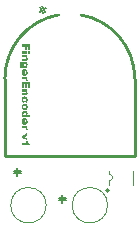
<source format=gto>
G04 This is an RS-274x file exported by *
G04 gerbv version 2.6A *
G04 More information is available about gerbv at *
G04 http://gerbv.geda-project.org/ *
G04 --End of header info--*
%MOIN*%
%FSLAX34Y34*%
%IPPOS*%
G04 --Define apertures--*
%ADD10C,0.0100*%
%ADD11C,0.0236*%
%ADD12C,0.0079*%
%ADD13C,0.0079*%
%ADD14C,0.0125*%
%ADD15C,0.0081*%
%ADD16C,0.0127*%
%ADD17C,0.0039*%
%ADD18C,0.0050*%
%ADD19C,0.0197*%
%ADD20C,0.0118*%
%ADD21C,0.0059*%
%ADD22C,0.0098*%
G04 --Start main section--*
G36*
G01X0017756Y0041781D02*
G37*
G36*
G01X0012638Y0041781D02*
G01X0012582Y0041781D01*
G01X0012582Y0041898D01*
G01X0012537Y0041898D01*
G01X0012537Y0041798D01*
G01X0012484Y0041798D01*
G01X0012484Y0041898D01*
G01X0012378Y0041898D01*
G01X0012378Y0041979D01*
G01X0012638Y0041979D01*
G01X0012638Y0041781D01*
G37*
G36*
G01X0012638Y0041781D02*
G37*
G36*
G01X0017756Y0041668D02*
G37*
G36*
G01X0017684Y0041668D02*
G37*
G36*
G01X0012638Y0041668D02*
G01X0012588Y0041668D01*
G01X0012588Y0041739D01*
G01X0012638Y0041739D01*
G01X0012638Y0041668D01*
G37*
G36*
G01X0012638Y0041668D02*
G37*
G36*
G01X0012566Y0041668D02*
G01X0012378Y0041668D01*
G01X0012378Y0041739D01*
G01X0012566Y0041739D01*
G01X0012566Y0041668D01*
G37*
G36*
G01X0012566Y0041668D02*
G37*
G36*
G01X0017684Y0041555D02*
G37*
G36*
G01X0012566Y0041555D02*
G01X0012535Y0041555D01*
G01X0012536Y0041554D01*
G01X0012539Y0041552D01*
G01X0012542Y0041549D01*
G01X0012546Y0041545D01*
G01X0012551Y0041541D01*
G01X0012555Y0041536D01*
G01X0012559Y0041530D01*
G01X0012562Y0041525D01*
G01X0012563Y0041524D01*
G01X0012564Y0041522D01*
G01X0012565Y0041519D01*
G01X0012567Y0041514D01*
G01X0012568Y0041509D01*
G01X0012569Y0041502D01*
G01X0012570Y0041495D01*
G01X0012570Y0041487D01*
G01X0012570Y0041486D01*
G01X0012570Y0041485D01*
G01X0012570Y0041484D01*
G01X0012570Y0041482D01*
G01X0012569Y0041476D01*
G01X0012568Y0041470D01*
G01X0012566Y0041462D01*
G01X0012563Y0041455D01*
G01X0012559Y0041447D01*
G01X0012552Y0041440D01*
G01X0012551Y0041439D01*
G01X0012549Y0041437D01*
G01X0012545Y0041435D01*
G01X0012539Y0041431D01*
G01X0012531Y0041428D01*
G01X0012522Y0041426D01*
G01X0012510Y0041424D01*
G01X0012498Y0041423D01*
G01X0012378Y0041423D01*
G01X0012378Y0041495D01*
G01X0012484Y0041495D01*
G01X0012488Y0041496D01*
G01X0012491Y0041496D01*
G01X0012499Y0041498D01*
G01X0012503Y0041500D01*
G01X0012507Y0041502D01*
G01X0012507Y0041502D01*
G01X0012508Y0041503D01*
G01X0012509Y0041505D01*
G01X0012510Y0041507D01*
G01X0012512Y0041510D01*
G01X0012513Y0041512D01*
G01X0012514Y0041516D01*
G01X0012514Y0041520D01*
G01X0012514Y0041521D01*
G01X0012514Y0041523D01*
G01X0012514Y0041525D01*
G01X0012513Y0041528D01*
G01X0012512Y0041531D01*
G01X0012510Y0041535D01*
G01X0012507Y0041538D01*
G01X0012504Y0041542D01*
G01X0012504Y0041542D01*
G01X0012502Y0041543D01*
G01X0012499Y0041544D01*
G01X0012496Y0041545D01*
G01X0012491Y0041547D01*
G01X0012485Y0041548D01*
G01X0012477Y0041549D01*
G01X0012468Y0041550D01*
G01X0012378Y0041550D01*
G01X0012378Y0041622D01*
G01X0012566Y0041622D01*
G01X0012566Y0041555D01*
G37*
G36*
G01X0012566Y0041555D02*
G37*
G36*
G01X0017606Y0041388D02*
G37*
G36*
G01X0012488Y0041388D02*
G01X0012491Y0041388D01*
G01X0012496Y0041388D01*
G01X0012505Y0041386D01*
G01X0012516Y0041384D01*
G01X0012527Y0041380D01*
G01X0012538Y0041375D01*
G01X0012542Y0041372D01*
G01X0012547Y0041368D01*
G01X0012548Y0041368D01*
G01X0012548Y0041367D01*
G01X0012550Y0041366D01*
G01X0012551Y0041364D01*
G01X0012555Y0041360D01*
G01X0012559Y0041353D01*
G01X0012563Y0041345D01*
G01X0012567Y0041335D01*
G01X0012569Y0041325D01*
G01X0012570Y0041318D01*
G01X0012570Y0041312D01*
G01X0012570Y0041312D01*
G01X0012570Y0041311D01*
G01X0012570Y0041308D01*
G01X0012570Y0041305D01*
G01X0012569Y0041300D01*
G01X0012568Y0041294D01*
G01X0012567Y0041288D01*
G01X0012565Y0041282D01*
G01X0012563Y0041276D01*
G01X0012562Y0041275D01*
G01X0012561Y0041273D01*
G01X0012560Y0041271D01*
G01X0012557Y0041267D01*
G01X0012553Y0041263D01*
G01X0012549Y0041259D01*
G01X0012544Y0041254D01*
G01X0012538Y0041249D01*
G01X0012566Y0041249D01*
G01X0012566Y0041182D01*
G01X0012377Y0041182D01*
G01X0012374Y0041182D01*
G01X0012370Y0041183D01*
G01X0012365Y0041184D01*
G01X0012359Y0041185D01*
G01X0012353Y0041187D01*
G01X0012347Y0041189D01*
G01X0012347Y0041190D01*
G01X0012344Y0041191D01*
G01X0012341Y0041192D01*
G01X0012338Y0041195D01*
G01X0012334Y0041197D01*
G01X0012329Y0041201D01*
G01X0012325Y0041205D01*
G01X0012321Y0041210D01*
G01X0012321Y0041210D01*
G01X0012320Y0041212D01*
G01X0012318Y0041214D01*
G01X0012315Y0041218D01*
G01X0012313Y0041223D01*
G01X0012311Y0041228D01*
G01X0012309Y0041234D01*
G01X0012307Y0041241D01*
G01X0012307Y0041242D01*
G01X0012306Y0041245D01*
G01X0012306Y0041248D01*
G01X0012305Y0041254D01*
G01X0012304Y0041260D01*
G01X0012303Y0041268D01*
G01X0012302Y0041276D01*
G01X0012302Y0041285D01*
G01X0012302Y0041285D01*
G01X0012302Y0041287D01*
G01X0012302Y0041290D01*
G01X0012303Y0041294D01*
G01X0012303Y0041299D01*
G01X0012303Y0041304D01*
G01X0012304Y0041310D01*
G01X0012305Y0041316D01*
G01X0012306Y0041329D01*
G01X0012309Y0041342D01*
G01X0012311Y0041348D01*
G01X0012314Y0041353D01*
G01X0012316Y0041359D01*
G01X0012319Y0041363D01*
G01X0012320Y0041364D01*
G01X0012323Y0041366D01*
G01X0012326Y0041370D01*
G01X0012332Y0041373D01*
G01X0012338Y0041377D01*
G01X0012346Y0041380D01*
G01X0012355Y0041383D01*
G01X0012359Y0041383D01*
G01X0012365Y0041384D01*
G01X0012374Y0041384D01*
G01X0012366Y0041314D01*
G01X0012366Y0041314D01*
G01X0012365Y0041313D01*
G01X0012363Y0041313D01*
G01X0012361Y0041312D01*
G01X0012357Y0041309D01*
G01X0012355Y0041308D01*
G01X0012353Y0041306D01*
G01X0012353Y0041305D01*
G01X0012352Y0041304D01*
G01X0012351Y0041302D01*
G01X0012350Y0041300D01*
G01X0012349Y0041297D01*
G01X0012348Y0041294D01*
G01X0012348Y0041290D01*
G01X0012347Y0041286D01*
G01X0012347Y0041285D01*
G01X0012347Y0041283D01*
G01X0012348Y0041280D01*
G01X0012348Y0041277D01*
G01X0012349Y0041273D01*
G01X0012351Y0041269D01*
G01X0012353Y0041265D01*
G01X0012356Y0041262D01*
G01X0012356Y0041262D01*
G01X0012358Y0041261D01*
G01X0012359Y0041260D01*
G01X0012362Y0041258D01*
G01X0012367Y0041256D01*
G01X0012371Y0041256D01*
G01X0012377Y0041255D01*
G01X0012384Y0041254D01*
G01X0012412Y0041254D01*
G01X0012412Y0041255D01*
G01X0012411Y0041256D01*
G01X0012408Y0041258D01*
G01X0012406Y0041261D01*
G01X0012402Y0041264D01*
G01X0012400Y0041268D01*
G01X0012397Y0041272D01*
G01X0012394Y0041275D01*
G01X0012394Y0041276D01*
G01X0012393Y0041278D01*
G01X0012392Y0041282D01*
G01X0012390Y0041286D01*
G01X0012389Y0041292D01*
G01X0012387Y0041298D01*
G01X0012386Y0041305D01*
G01X0012386Y0041312D01*
G01X0012386Y0041312D01*
G01X0012386Y0041313D01*
G01X0012386Y0041316D01*
G01X0012386Y0041318D01*
G01X0012387Y0041321D01*
G01X0012388Y0041325D01*
G01X0012390Y0041334D01*
G01X0012392Y0041338D01*
G01X0012394Y0041343D01*
G01X0012396Y0041348D01*
G01X0012400Y0041353D01*
G01X0012403Y0041358D01*
G01X0012408Y0041363D01*
G01X0012413Y0041368D01*
G01X0012419Y0041373D01*
G01X0012419Y0041373D01*
G01X0012420Y0041373D01*
G01X0012421Y0041374D01*
G01X0012423Y0041375D01*
G01X0012425Y0041377D01*
G01X0012428Y0041378D01*
G01X0012431Y0041379D01*
G01X0012435Y0041381D01*
G01X0012444Y0041384D01*
G01X0012455Y0041387D01*
G01X0012467Y0041388D01*
G01X0012481Y0041389D01*
G01X0012485Y0041389D01*
G01X0012488Y0041388D01*
G37*
G36*
G01X0012488Y0041388D02*
G37*
G36*
G01X0017597Y0041147D02*
G37*
G36*
G01X0012479Y0041147D02*
G01X0012482Y0041146D01*
G01X0012487Y0041146D01*
G01X0012492Y0041145D01*
G01X0012497Y0041144D01*
G01X0012508Y0041141D01*
G01X0012514Y0041138D01*
G01X0012520Y0041135D01*
G01X0012526Y0041132D01*
G01X0012532Y0041128D01*
G01X0012538Y0041124D01*
G01X0012543Y0041119D01*
G01X0012543Y0041119D01*
G01X0012544Y0041118D01*
G01X0012545Y0041116D01*
G01X0012547Y0041114D01*
G01X0012549Y0041111D01*
G01X0012551Y0041107D01*
G01X0012554Y0041104D01*
G01X0012557Y0041099D01*
G01X0012559Y0041094D01*
G01X0012562Y0041088D01*
G01X0012564Y0041081D01*
G01X0012566Y0041074D01*
G01X0012568Y0041067D01*
G01X0012569Y0041059D01*
G01X0012570Y0041050D01*
G01X0012570Y0041041D01*
G01X0012570Y0041041D01*
G01X0012570Y0041039D01*
G01X0012570Y0041037D01*
G01X0012570Y0041035D01*
G01X0012570Y0041031D01*
G01X0012570Y0041027D01*
G01X0012569Y0041018D01*
G01X0012568Y0041008D01*
G01X0012565Y0040998D01*
G01X0012562Y0040987D01*
G01X0012558Y0040978D01*
G01X0012558Y0040977D01*
G01X0012558Y0040977D01*
G01X0012556Y0040974D01*
G01X0012553Y0040970D01*
G01X0012549Y0040965D01*
G01X0012544Y0040958D01*
G01X0012538Y0040953D01*
G01X0012531Y0040947D01*
G01X0012523Y0040942D01*
G01X0012522Y0040942D01*
G01X0012522Y0040941D01*
G01X0012520Y0040941D01*
G01X0012518Y0040940D01*
G01X0012516Y0040939D01*
G01X0012513Y0040938D01*
G01X0012507Y0040936D01*
G01X0012498Y0040933D01*
G01X0012488Y0040932D01*
G01X0012476Y0040930D01*
G01X0012463Y0040930D01*
G01X0012455Y0040930D01*
G01X0012455Y0041074D01*
G01X0012454Y0041074D01*
G01X0012452Y0041073D01*
G01X0012448Y0041073D01*
G01X0012445Y0041072D01*
G01X0012436Y0041069D01*
G01X0012432Y0041067D01*
G01X0012428Y0041065D01*
G01X0012428Y0041064D01*
G01X0012427Y0041063D01*
G01X0012425Y0041061D01*
G01X0012422Y0041057D01*
G01X0012420Y0041054D01*
G01X0012418Y0041049D01*
G01X0012417Y0041044D01*
G01X0012416Y0041037D01*
G01X0012416Y0041037D01*
G01X0012416Y0041036D01*
G01X0012417Y0041034D01*
G01X0012417Y0041031D01*
G01X0012419Y0041025D01*
G01X0012420Y0041021D01*
G01X0012421Y0041018D01*
G01X0012421Y0041017D01*
G01X0012422Y0041017D01*
G01X0012424Y0041014D01*
G01X0012426Y0041012D01*
G01X0012428Y0041010D01*
G01X0012430Y0041007D01*
G01X0012434Y0041005D01*
G01X0012427Y0040934D01*
G01X0012427Y0040934D01*
G01X0012426Y0040935D01*
G01X0012424Y0040936D01*
G01X0012422Y0040937D01*
G01X0012418Y0040940D01*
G01X0012411Y0040945D01*
G01X0012405Y0040951D01*
G01X0012398Y0040958D01*
G01X0012392Y0040965D01*
G01X0012386Y0040974D01*
G01X0012386Y0040974D01*
G01X0012386Y0040975D01*
G01X0012385Y0040976D01*
G01X0012385Y0040978D01*
G01X0012384Y0040980D01*
G01X0012383Y0040983D01*
G01X0012381Y0040986D01*
G01X0012380Y0040990D01*
G01X0012379Y0040995D01*
G01X0012378Y0041000D01*
G01X0012377Y0041005D01*
G01X0012376Y0041011D01*
G01X0012375Y0041017D01*
G01X0012375Y0041024D01*
G01X0012374Y0041031D01*
G01X0012374Y0041039D01*
G01X0012374Y0041040D01*
G01X0012374Y0041041D01*
G01X0012374Y0041043D01*
G01X0012374Y0041046D01*
G01X0012375Y0041049D01*
G01X0012375Y0041052D01*
G01X0012376Y0041061D01*
G01X0012376Y0041070D01*
G01X0012378Y0041080D01*
G01X0012381Y0041090D01*
G01X0012385Y0041098D01*
G01X0012385Y0041099D01*
G01X0012386Y0041101D01*
G01X0012389Y0041106D01*
G01X0012393Y0041110D01*
G01X0012397Y0041116D01*
G01X0012403Y0041122D01*
G01X0012410Y0041128D01*
G01X0012418Y0041133D01*
G01X0012418Y0041133D01*
G01X0012419Y0041134D01*
G01X0012420Y0041135D01*
G01X0012422Y0041135D01*
G01X0012427Y0041138D01*
G01X0012433Y0041140D01*
G01X0012441Y0041143D01*
G01X0012450Y0041145D01*
G01X0012460Y0041147D01*
G01X0012472Y0041147D01*
G01X0012476Y0041147D01*
G01X0012479Y0041147D01*
G37*
G36*
G01X0012479Y0041147D02*
G37*
G36*
G01X0017684Y0040828D02*
G37*
G36*
G01X0012566Y0040828D02*
G01X0012535Y0040828D01*
G01X0012536Y0040828D01*
G01X0012539Y0040827D01*
G01X0012542Y0040825D01*
G01X0012546Y0040822D01*
G01X0012555Y0040816D01*
G01X0012560Y0040812D01*
G01X0012563Y0040809D01*
G01X0012563Y0040808D01*
G01X0012564Y0040807D01*
G01X0012565Y0040804D01*
G01X0012567Y0040801D01*
G01X0012568Y0040798D01*
G01X0012569Y0040793D01*
G01X0012570Y0040788D01*
G01X0012570Y0040783D01*
G01X0012570Y0040782D01*
G01X0012570Y0040780D01*
G01X0012570Y0040776D01*
G01X0012569Y0040772D01*
G01X0012568Y0040767D01*
G01X0012566Y0040761D01*
G01X0012564Y0040755D01*
G01X0012560Y0040748D01*
G01X0012509Y0040770D01*
G01X0012509Y0040771D01*
G01X0012510Y0040772D01*
G01X0012511Y0040774D01*
G01X0012512Y0040777D01*
G01X0012514Y0040784D01*
G01X0012515Y0040787D01*
G01X0012515Y0040790D01*
G01X0012515Y0040791D01*
G01X0012515Y0040792D01*
G01X0012514Y0040795D01*
G01X0012513Y0040798D01*
G01X0012512Y0040802D01*
G01X0012509Y0040805D01*
G01X0012507Y0040809D01*
G01X0012503Y0040812D01*
G01X0012502Y0040813D01*
G01X0012499Y0040814D01*
G01X0012498Y0040815D01*
G01X0012495Y0040816D01*
G01X0012492Y0040817D01*
G01X0012489Y0040818D01*
G01X0012485Y0040819D01*
G01X0012481Y0040820D01*
G01X0012475Y0040821D01*
G01X0012470Y0040821D01*
G01X0012463Y0040822D01*
G01X0012457Y0040823D01*
G01X0012449Y0040823D01*
G01X0012378Y0040823D01*
G01X0012378Y0040896D01*
G01X0012566Y0040896D01*
G01X0012566Y0040828D01*
G37*
G36*
G01X0012566Y0040828D02*
G37*
G36*
G01X0017756Y0040516D02*
G37*
G36*
G01X0012638Y0040516D02*
G01X0012582Y0040516D01*
G01X0012582Y0040651D01*
G01X0012541Y0040651D01*
G01X0012541Y0040526D01*
G01X0012488Y0040526D01*
G01X0012488Y0040651D01*
G01X0012437Y0040651D01*
G01X0012437Y0040512D01*
G01X0012378Y0040512D01*
G01X0012378Y0040731D01*
G01X0012638Y0040731D01*
G01X0012638Y0040516D01*
G37*
G36*
G01X0012638Y0040516D02*
G37*
G36*
G01X0017684Y0040407D02*
G37*
G36*
G01X0012566Y0040407D02*
G01X0012535Y0040407D01*
G01X0012536Y0040407D01*
G01X0012539Y0040405D01*
G01X0012542Y0040402D01*
G01X0012546Y0040398D01*
G01X0012551Y0040393D01*
G01X0012555Y0040388D01*
G01X0012559Y0040383D01*
G01X0012562Y0040377D01*
G01X0012563Y0040376D01*
G01X0012564Y0040374D01*
G01X0012565Y0040371D01*
G01X0012567Y0040367D01*
G01X0012568Y0040361D01*
G01X0012569Y0040354D01*
G01X0012570Y0040347D01*
G01X0012570Y0040339D01*
G01X0012570Y0040339D01*
G01X0012570Y0040338D01*
G01X0012570Y0040336D01*
G01X0012570Y0040335D01*
G01X0012569Y0040329D01*
G01X0012568Y0040322D01*
G01X0012566Y0040315D01*
G01X0012563Y0040307D01*
G01X0012559Y0040300D01*
G01X0012552Y0040292D01*
G01X0012551Y0040292D01*
G01X0012549Y0040290D01*
G01X0012545Y0040287D01*
G01X0012539Y0040284D01*
G01X0012531Y0040281D01*
G01X0012522Y0040278D01*
G01X0012510Y0040276D01*
G01X0012498Y0040275D01*
G01X0012378Y0040275D01*
G01X0012378Y0040348D01*
G01X0012484Y0040348D01*
G01X0012488Y0040348D01*
G01X0012491Y0040349D01*
G01X0012499Y0040351D01*
G01X0012503Y0040352D01*
G01X0012507Y0040354D01*
G01X0012507Y0040355D01*
G01X0012508Y0040356D01*
G01X0012509Y0040357D01*
G01X0012510Y0040359D01*
G01X0012512Y0040362D01*
G01X0012513Y0040365D01*
G01X0012514Y0040369D01*
G01X0012514Y0040373D01*
G01X0012514Y0040373D01*
G01X0012514Y0040375D01*
G01X0012514Y0040378D01*
G01X0012513Y0040380D01*
G01X0012512Y0040384D01*
G01X0012510Y0040388D01*
G01X0012507Y0040391D01*
G01X0012504Y0040394D01*
G01X0012504Y0040395D01*
G01X0012502Y0040396D01*
G01X0012499Y0040397D01*
G01X0012496Y0040398D01*
G01X0012491Y0040400D01*
G01X0012485Y0040401D01*
G01X0012477Y0040402D01*
G01X0012468Y0040402D01*
G01X0012378Y0040402D01*
G01X0012378Y0040474D01*
G01X0012566Y0040474D01*
G01X0012566Y0040407D01*
G37*
G36*
G01X0012566Y0040407D02*
G37*
G36*
G01X0017600Y0040240D02*
G37*
G36*
G01X0012481Y0040240D02*
G01X0012488Y0040240D01*
G01X0012496Y0040239D01*
G01X0012504Y0040237D01*
G01X0012512Y0040235D01*
G01X0012519Y0040231D01*
G01X0012520Y0040231D01*
G01X0012522Y0040230D01*
G01X0012524Y0040229D01*
G01X0012528Y0040226D01*
G01X0012532Y0040223D01*
G01X0012536Y0040220D01*
G01X0012541Y0040216D01*
G01X0012545Y0040212D01*
G01X0012545Y0040211D01*
G01X0012547Y0040209D01*
G01X0012549Y0040207D01*
G01X0012551Y0040204D01*
G01X0012554Y0040200D01*
G01X0012557Y0040195D01*
G01X0012559Y0040190D01*
G01X0012561Y0040186D01*
G01X0012561Y0040185D01*
G01X0012562Y0040185D01*
G01X0012563Y0040182D01*
G01X0012564Y0040177D01*
G01X0012566Y0040171D01*
G01X0012568Y0040163D01*
G01X0012569Y0040154D01*
G01X0012570Y0040143D01*
G01X0012570Y0040132D01*
G01X0012570Y0040131D01*
G01X0012570Y0040130D01*
G01X0012570Y0040127D01*
G01X0012570Y0040124D01*
G01X0012570Y0040120D01*
G01X0012569Y0040116D01*
G01X0012569Y0040111D01*
G01X0012568Y0040106D01*
G01X0012566Y0040094D01*
G01X0012563Y0040083D01*
G01X0012560Y0040072D01*
G01X0012557Y0040066D01*
G01X0012554Y0040062D01*
G01X0012554Y0040061D01*
G01X0012553Y0040061D01*
G01X0012551Y0040058D01*
G01X0012547Y0040054D01*
G01X0012542Y0040048D01*
G01X0012535Y0040043D01*
G01X0012526Y0040037D01*
G01X0012517Y0040032D01*
G01X0012506Y0040028D01*
G01X0012497Y0040095D01*
G01X0012497Y0040095D01*
G01X0012498Y0040096D01*
G01X0012501Y0040097D01*
G01X0012503Y0040098D01*
G01X0012509Y0040101D01*
G01X0012512Y0040104D01*
G01X0012515Y0040107D01*
G01X0012515Y0040108D01*
G01X0012516Y0040108D01*
G01X0012516Y0040110D01*
G01X0012518Y0040113D01*
G01X0012519Y0040117D01*
G01X0012520Y0040120D01*
G01X0012521Y0040125D01*
G01X0012521Y0040130D01*
G01X0012521Y0040131D01*
G01X0012521Y0040133D01*
G01X0012521Y0040136D01*
G01X0012520Y0040140D01*
G01X0012518Y0040145D01*
G01X0012516Y0040150D01*
G01X0012513Y0040154D01*
G01X0012508Y0040159D01*
G01X0012508Y0040159D01*
G01X0012506Y0040161D01*
G01X0012503Y0040162D01*
G01X0012499Y0040164D01*
G01X0012493Y0040166D01*
G01X0012487Y0040168D01*
G01X0012479Y0040169D01*
G01X0012470Y0040170D01*
G01X0012466Y0040170D01*
G01X0012462Y0040169D01*
G01X0012456Y0040168D01*
G01X0012451Y0040167D01*
G01X0012445Y0040165D01*
G01X0012439Y0040162D01*
G01X0012435Y0040159D01*
G01X0012434Y0040158D01*
G01X0012433Y0040157D01*
G01X0012431Y0040154D01*
G01X0012429Y0040151D01*
G01X0012427Y0040147D01*
G01X0012425Y0040142D01*
G01X0012423Y0040137D01*
G01X0012423Y0040131D01*
G01X0012423Y0040130D01*
G01X0012423Y0040128D01*
G01X0012423Y0040126D01*
G01X0012424Y0040122D01*
G01X0012425Y0040119D01*
G01X0012426Y0040115D01*
G01X0012428Y0040111D01*
G01X0012430Y0040107D01*
G01X0012430Y0040107D01*
G01X0012431Y0040106D01*
G01X0012433Y0040104D01*
G01X0012436Y0040102D01*
G01X0012438Y0040100D01*
G01X0012442Y0040097D01*
G01X0012447Y0040094D01*
G01X0012452Y0040092D01*
G01X0012445Y0040024D01*
G01X0012444Y0040024D01*
G01X0012441Y0040025D01*
G01X0012437Y0040026D01*
G01X0012432Y0040028D01*
G01X0012426Y0040031D01*
G01X0012420Y0040034D01*
G01X0012413Y0040038D01*
G01X0012407Y0040043D01*
G01X0012406Y0040043D01*
G01X0012404Y0040045D01*
G01X0012402Y0040048D01*
G01X0012398Y0040052D01*
G01X0012394Y0040056D01*
G01X0012390Y0040062D01*
G01X0012386Y0040069D01*
G01X0012383Y0040076D01*
G01X0012382Y0040077D01*
G01X0012381Y0040080D01*
G01X0012380Y0040084D01*
G01X0012378Y0040090D01*
G01X0012377Y0040097D01*
G01X0012376Y0040106D01*
G01X0012375Y0040116D01*
G01X0012374Y0040126D01*
G01X0012374Y0040127D01*
G01X0012374Y0040128D01*
G01X0012374Y0040129D01*
G01X0012374Y0040131D01*
G01X0012375Y0040137D01*
G01X0012375Y0040144D01*
G01X0012376Y0040152D01*
G01X0012376Y0040160D01*
G01X0012377Y0040169D01*
G01X0012379Y0040177D01*
G01X0012380Y0040178D01*
G01X0012380Y0040180D01*
G01X0012382Y0040184D01*
G01X0012384Y0040188D01*
G01X0012386Y0040194D01*
G01X0012389Y0040199D01*
G01X0012393Y0040205D01*
G01X0012397Y0040211D01*
G01X0012398Y0040211D01*
G01X0012400Y0040213D01*
G01X0012402Y0040215D01*
G01X0012406Y0040219D01*
G01X0012410Y0040222D01*
G01X0012415Y0040226D01*
G01X0012420Y0040230D01*
G01X0012427Y0040233D01*
G01X0012428Y0040233D01*
G01X0012430Y0040234D01*
G01X0012433Y0040235D01*
G01X0012438Y0040237D01*
G01X0012445Y0040239D01*
G01X0012453Y0040240D01*
G01X0012461Y0040240D01*
G01X0012471Y0040241D01*
G01X0012476Y0040241D01*
G01X0012481Y0040240D01*
G37*
G36*
G01X0012481Y0040240D02*
G37*
G36*
G01X0017597Y0039999D02*
G37*
G36*
G01X0012479Y0039999D02*
G01X0012482Y0039999D01*
G01X0012487Y0039998D01*
G01X0012491Y0039997D01*
G01X0012497Y0039996D01*
G01X0012508Y0039993D01*
G01X0012514Y0039990D01*
G01X0012520Y0039987D01*
G01X0012525Y0039984D01*
G01X0012532Y0039980D01*
G01X0012537Y0039976D01*
G01X0012542Y0039971D01*
G01X0012543Y0039970D01*
G01X0012544Y0039969D01*
G01X0012545Y0039968D01*
G01X0012547Y0039966D01*
G01X0012549Y0039963D01*
G01X0012551Y0039959D01*
G01X0012554Y0039955D01*
G01X0012557Y0039950D01*
G01X0012559Y0039945D01*
G01X0012561Y0039939D01*
G01X0012564Y0039933D01*
G01X0012566Y0039925D01*
G01X0012568Y0039918D01*
G01X0012569Y0039910D01*
G01X0012570Y0039901D01*
G01X0012570Y0039892D01*
G01X0012570Y0039892D01*
G01X0012570Y0039890D01*
G01X0012570Y0039887D01*
G01X0012570Y0039883D01*
G01X0012569Y0039879D01*
G01X0012568Y0039873D01*
G01X0012568Y0039867D01*
G01X0012566Y0039861D01*
G01X0012565Y0039854D01*
G01X0012562Y0039847D01*
G01X0012560Y0039840D01*
G01X0012557Y0039833D01*
G01X0012552Y0039826D01*
G01X0012548Y0039819D01*
G01X0012543Y0039813D01*
G01X0012537Y0039807D01*
G01X0012537Y0039807D01*
G01X0012536Y0039806D01*
G01X0012534Y0039805D01*
G01X0012533Y0039803D01*
G01X0012530Y0039802D01*
G01X0012527Y0039800D01*
G01X0012524Y0039798D01*
G01X0012519Y0039795D01*
G01X0012510Y0039791D01*
G01X0012499Y0039787D01*
G01X0012486Y0039784D01*
G01X0012480Y0039784D01*
G01X0012472Y0039784D01*
G01X0012468Y0039784D01*
G01X0012465Y0039784D01*
G01X0012462Y0039784D01*
G01X0012457Y0039785D01*
G01X0012453Y0039786D01*
G01X0012447Y0039787D01*
G01X0012436Y0039791D01*
G01X0012430Y0039793D01*
G01X0012424Y0039796D01*
G01X0012419Y0039799D01*
G01X0012412Y0039803D01*
G01X0012407Y0039807D01*
G01X0012402Y0039812D01*
G01X0012401Y0039813D01*
G01X0012401Y0039814D01*
G01X0012399Y0039815D01*
G01X0012397Y0039818D01*
G01X0012395Y0039820D01*
G01X0012393Y0039824D01*
G01X0012390Y0039828D01*
G01X0012388Y0039833D01*
G01X0012385Y0039838D01*
G01X0012383Y0039845D01*
G01X0012380Y0039851D01*
G01X0012378Y0039858D01*
G01X0012376Y0039866D01*
G01X0012376Y0039874D01*
G01X0012375Y0039883D01*
G01X0012374Y0039892D01*
G01X0012374Y0039893D01*
G01X0012374Y0039894D01*
G01X0012374Y0039897D01*
G01X0012375Y0039900D01*
G01X0012375Y0039904D01*
G01X0012376Y0039908D01*
G01X0012376Y0039913D01*
G01X0012377Y0039918D01*
G01X0012380Y0039930D01*
G01X0012384Y0039942D01*
G01X0012389Y0039954D01*
G01X0012393Y0039960D01*
G01X0012397Y0039966D01*
G01X0012397Y0039966D01*
G01X0012398Y0039967D01*
G01X0012400Y0039969D01*
G01X0012402Y0039971D01*
G01X0012405Y0039974D01*
G01X0012408Y0039977D01*
G01X0012412Y0039979D01*
G01X0012417Y0039983D01*
G01X0012422Y0039986D01*
G01X0012428Y0039989D01*
G01X0012434Y0039992D01*
G01X0012440Y0039994D01*
G01X0012447Y0039996D01*
G01X0012455Y0039998D01*
G01X0012463Y0039999D01*
G01X0012472Y0040000D01*
G01X0012476Y0040000D01*
G01X0012479Y0039999D01*
G37*
G36*
G01X0012479Y0039999D02*
G37*
G36*
G01X0030024Y0039777D02*
G37*
G36*
G01X0023331Y0039777D02*
G37*
G36*
G01X0017600Y0039758D02*
G37*
G36*
G01X0012481Y0039758D02*
G01X0012486Y0039758D01*
G01X0012490Y0039757D01*
G01X0012495Y0039756D01*
G01X0012500Y0039755D01*
G01X0012512Y0039752D01*
G01X0012524Y0039749D01*
G01X0012535Y0039743D01*
G01X0012541Y0039740D01*
G01X0012545Y0039736D01*
G01X0012546Y0039735D01*
G01X0012546Y0039735D01*
G01X0012548Y0039733D01*
G01X0012549Y0039732D01*
G01X0012553Y0039727D01*
G01X0012558Y0039720D01*
G01X0012562Y0039712D01*
G01X0012567Y0039703D01*
G01X0012569Y0039691D01*
G01X0012570Y0039685D01*
G01X0012570Y0039679D01*
G01X0012570Y0039678D01*
G01X0012570Y0039676D01*
G01X0012570Y0039673D01*
G01X0012570Y0039669D01*
G01X0012569Y0039664D01*
G01X0012568Y0039659D01*
G01X0012567Y0039654D01*
G01X0012565Y0039649D01*
G01X0012564Y0039648D01*
G01X0012564Y0039646D01*
G01X0012562Y0039644D01*
G01X0012560Y0039641D01*
G01X0012558Y0039637D01*
G01X0012555Y0039633D01*
G01X0012551Y0039628D01*
G01X0012548Y0039624D01*
G01X0012638Y0039624D01*
G01X0012638Y0039551D01*
G01X0012378Y0039551D01*
G01X0012378Y0039619D01*
G01X0012406Y0039619D01*
G01X0012405Y0039619D01*
G01X0012403Y0039621D01*
G01X0012400Y0039624D01*
G01X0012396Y0039627D01*
G01X0012393Y0039632D01*
G01X0012388Y0039636D01*
G01X0012385Y0039640D01*
G01X0012382Y0039645D01*
G01X0012382Y0039645D01*
G01X0012381Y0039648D01*
G01X0012380Y0039651D01*
G01X0012378Y0039655D01*
G01X0012376Y0039660D01*
G01X0012376Y0039666D01*
G01X0012375Y0039672D01*
G01X0012374Y0039679D01*
G01X0012374Y0039680D01*
G01X0012374Y0039681D01*
G01X0012374Y0039683D01*
G01X0012375Y0039686D01*
G01X0012375Y0039689D01*
G01X0012376Y0039693D01*
G01X0012378Y0039701D01*
G01X0012381Y0039711D01*
G01X0012384Y0039715D01*
G01X0012386Y0039720D01*
G01X0012390Y0039725D01*
G01X0012393Y0039730D01*
G01X0012398Y0039734D01*
G01X0012403Y0039738D01*
G01X0012403Y0039738D01*
G01X0012404Y0039739D01*
G01X0012406Y0039740D01*
G01X0012408Y0039741D01*
G01X0012411Y0039743D01*
G01X0012414Y0039744D01*
G01X0012419Y0039746D01*
G01X0012423Y0039748D01*
G01X0012428Y0039750D01*
G01X0012433Y0039752D01*
G01X0012445Y0039755D01*
G01X0012459Y0039757D01*
G01X0012474Y0039758D01*
G01X0012479Y0039758D01*
G01X0012481Y0039758D01*
G37*
G36*
G01X0012481Y0039758D02*
G37*
G36*
G01X0030024Y0039674D02*
G37*
G36*
G01X0023331Y0039674D02*
G37*
G36*
G01X0037272Y0039549D02*
G37*
G36*
G01X0037737Y0039543D02*
G37*
G36*
G01X0029953Y0039432D02*
G37*
G36*
G01X0023260Y0039432D02*
G37*
G36*
G01X0017597Y0039516D02*
G37*
G36*
G01X0012479Y0039516D02*
G01X0012482Y0039515D01*
G01X0012487Y0039515D01*
G01X0012492Y0039514D01*
G01X0012497Y0039513D01*
G01X0012508Y0039510D01*
G01X0012514Y0039507D01*
G01X0012520Y0039504D01*
G01X0012526Y0039501D01*
G01X0012532Y0039497D01*
G01X0012538Y0039493D01*
G01X0012543Y0039488D01*
G01X0012543Y0039488D01*
G01X0012544Y0039487D01*
G01X0012545Y0039486D01*
G01X0012547Y0039483D01*
G01X0012549Y0039480D01*
G01X0012551Y0039477D01*
G01X0012554Y0039473D01*
G01X0012557Y0039468D01*
G01X0012559Y0039463D01*
G01X0012562Y0039457D01*
G01X0012564Y0039451D01*
G01X0012566Y0039443D01*
G01X0012568Y0039436D01*
G01X0012569Y0039428D01*
G01X0012570Y0039419D01*
G01X0012570Y0039410D01*
G01X0012570Y0039410D01*
G01X0012570Y0039408D01*
G01X0012570Y0039407D01*
G01X0012570Y0039404D01*
G01X0012570Y0039400D01*
G01X0012570Y0039396D01*
G01X0012569Y0039387D01*
G01X0012568Y0039377D01*
G01X0012565Y0039367D01*
G01X0012562Y0039356D01*
G01X0012558Y0039347D01*
G01X0012558Y0039346D01*
G01X0012558Y0039346D01*
G01X0012556Y0039343D01*
G01X0012553Y0039339D01*
G01X0012549Y0039334D01*
G01X0012544Y0039328D01*
G01X0012538Y0039322D01*
G01X0012531Y0039316D01*
G01X0012523Y0039311D01*
G01X0012522Y0039311D01*
G01X0012522Y0039311D01*
G01X0012520Y0039310D01*
G01X0012518Y0039309D01*
G01X0012516Y0039308D01*
G01X0012513Y0039307D01*
G01X0012507Y0039305D01*
G01X0012498Y0039303D01*
G01X0012488Y0039301D01*
G01X0012476Y0039299D01*
G01X0012463Y0039299D01*
G01X0012455Y0039299D01*
G01X0012455Y0039443D01*
G01X0012454Y0039443D01*
G01X0012452Y0039443D01*
G01X0012448Y0039442D01*
G01X0012445Y0039441D01*
G01X0012436Y0039438D01*
G01X0012432Y0039436D01*
G01X0012428Y0039434D01*
G01X0012428Y0039434D01*
G01X0012427Y0039432D01*
G01X0012425Y0039430D01*
G01X0012422Y0039426D01*
G01X0012420Y0039423D01*
G01X0012418Y0039418D01*
G01X0012417Y0039413D01*
G01X0012416Y0039407D01*
G01X0012416Y0039406D01*
G01X0012416Y0039405D01*
G01X0012417Y0039403D01*
G01X0012417Y0039400D01*
G01X0012419Y0039394D01*
G01X0012420Y0039390D01*
G01X0012421Y0039387D01*
G01X0012421Y0039386D01*
G01X0012422Y0039386D01*
G01X0012424Y0039383D01*
G01X0012426Y0039381D01*
G01X0012428Y0039379D01*
G01X0012430Y0039376D01*
G01X0012434Y0039374D01*
G01X0012427Y0039303D01*
G01X0012427Y0039303D01*
G01X0012426Y0039304D01*
G01X0012424Y0039305D01*
G01X0012422Y0039306D01*
G01X0012418Y0039310D01*
G01X0012411Y0039314D01*
G01X0012405Y0039320D01*
G01X0012398Y0039327D01*
G01X0012392Y0039334D01*
G01X0012386Y0039343D01*
G01X0012386Y0039343D01*
G01X0012386Y0039344D01*
G01X0012385Y0039345D01*
G01X0012385Y0039347D01*
G01X0012384Y0039349D01*
G01X0012383Y0039352D01*
G01X0012381Y0039355D01*
G01X0012380Y0039359D01*
G01X0012379Y0039364D01*
G01X0012378Y0039369D01*
G01X0012377Y0039374D01*
G01X0012376Y0039380D01*
G01X0012375Y0039386D01*
G01X0012375Y0039393D01*
G01X0012374Y0039400D01*
G01X0012374Y0039408D01*
G01X0012374Y0039409D01*
G01X0012374Y0039410D01*
G01X0012374Y0039412D01*
G01X0012374Y0039415D01*
G01X0012375Y0039418D01*
G01X0012375Y0039421D01*
G01X0012376Y0039430D01*
G01X0012376Y0039439D01*
G01X0012378Y0039449D01*
G01X0012381Y0039459D01*
G01X0012385Y0039467D01*
G01X0012385Y0039468D01*
G01X0012386Y0039470D01*
G01X0012389Y0039475D01*
G01X0012393Y0039479D01*
G01X0012397Y0039485D01*
G01X0012403Y0039491D01*
G01X0012410Y0039497D01*
G01X0012418Y0039503D01*
G01X0012418Y0039503D01*
G01X0012419Y0039503D01*
G01X0012420Y0039504D01*
G01X0012422Y0039504D01*
G01X0012427Y0039507D01*
G01X0012433Y0039509D01*
G01X0012441Y0039512D01*
G01X0012450Y0039514D01*
G01X0012460Y0039516D01*
G01X0012472Y0039516D01*
G01X0012476Y0039516D01*
G01X0012479Y0039516D01*
G37*
G36*
G01X0012479Y0039516D02*
G37*
G36*
G01X0037846Y0039552D02*
G37*
G36*
G01X0036839Y0039536D02*
G37*
G36*
G01X0017684Y0039197D02*
G37*
G36*
G01X0012566Y0039197D02*
G01X0012535Y0039197D01*
G01X0012536Y0039197D01*
G01X0012539Y0039196D01*
G01X0012542Y0039194D01*
G01X0012546Y0039191D01*
G01X0012555Y0039185D01*
G01X0012560Y0039181D01*
G01X0012563Y0039178D01*
G01X0012563Y0039177D01*
G01X0012564Y0039176D01*
G01X0012565Y0039173D01*
G01X0012567Y0039171D01*
G01X0012568Y0039167D01*
G01X0012569Y0039162D01*
G01X0012570Y0039157D01*
G01X0012570Y0039152D01*
G01X0012570Y0039151D01*
G01X0012570Y0039149D01*
G01X0012570Y0039145D01*
G01X0012569Y0039141D01*
G01X0012568Y0039136D01*
G01X0012566Y0039130D01*
G01X0012564Y0039124D01*
G01X0012560Y0039117D01*
G01X0012509Y0039139D01*
G01X0012509Y0039140D01*
G01X0012510Y0039141D01*
G01X0012511Y0039144D01*
G01X0012512Y0039146D01*
G01X0012514Y0039153D01*
G01X0012515Y0039156D01*
G01X0012515Y0039159D01*
G01X0012515Y0039160D01*
G01X0012515Y0039162D01*
G01X0012514Y0039164D01*
G01X0012513Y0039167D01*
G01X0012512Y0039171D01*
G01X0012509Y0039174D01*
G01X0012507Y0039178D01*
G01X0012503Y0039181D01*
G01X0012502Y0039182D01*
G01X0012499Y0039183D01*
G01X0012498Y0039184D01*
G01X0012495Y0039185D01*
G01X0012492Y0039186D01*
G01X0012489Y0039187D01*
G01X0012485Y0039188D01*
G01X0012481Y0039189D01*
G01X0012475Y0039190D01*
G01X0012470Y0039190D01*
G01X0012463Y0039191D01*
G01X0012457Y0039192D01*
G01X0012449Y0039192D01*
G01X0012378Y0039192D01*
G01X0012378Y0039265D01*
G01X0012566Y0039265D01*
G01X0012566Y0039197D01*
G37*
G36*
G01X0012566Y0039197D02*
G37*
G36*
G01X0029953Y0039194D02*
G37*
G36*
G01X0023260Y0039194D02*
G37*
G36*
G01X0017684Y0038931D02*
G37*
G36*
G01X0012566Y0038931D02*
G01X0012447Y0038894D01*
G01X0012566Y0038856D01*
G01X0012566Y0038784D01*
G01X0012378Y0038864D01*
G01X0012378Y0038927D01*
G01X0012566Y0039005D01*
G01X0012566Y0038931D01*
G37*
G36*
G01X0012566Y0038931D02*
G37*
G36*
G01X0030024Y0038826D02*
G37*
G36*
G01X0023331Y0038826D02*
G37*
G36*
G01X0017690Y0038754D02*
G37*
G36*
G01X0012572Y0038754D02*
G01X0012572Y0038753D01*
G01X0012573Y0038751D01*
G01X0012574Y0038749D01*
G01X0012575Y0038746D01*
G01X0012577Y0038742D01*
G01X0012580Y0038734D01*
G01X0012584Y0038725D01*
G01X0012589Y0038716D01*
G01X0012594Y0038706D01*
G01X0012600Y0038698D01*
G01X0012600Y0038698D01*
G01X0012601Y0038697D01*
G01X0012603Y0038695D01*
G01X0012607Y0038691D01*
G01X0012612Y0038686D01*
G01X0012618Y0038681D01*
G01X0012625Y0038676D01*
G01X0012633Y0038671D01*
G01X0012642Y0038666D01*
G01X0012642Y0038606D01*
G01X0012378Y0038606D01*
G01X0012378Y0038679D01*
G01X0012551Y0038679D01*
G01X0012550Y0038680D01*
G01X0012548Y0038682D01*
G01X0012546Y0038686D01*
G01X0012542Y0038690D01*
G01X0012539Y0038695D01*
G01X0012535Y0038701D01*
G01X0012532Y0038707D01*
G01X0012528Y0038714D01*
G01X0012528Y0038715D01*
G01X0012527Y0038716D01*
G01X0012525Y0038720D01*
G01X0012524Y0038725D01*
G01X0012521Y0038731D01*
G01X0012518Y0038738D01*
G01X0012516Y0038746D01*
G01X0012513Y0038755D01*
G01X0012572Y0038755D01*
G01X0012572Y0038754D01*
G37*
G36*
G01X0012572Y0038754D02*
G37*
G36*
G01X0037926Y0038550D02*
G37*
G36*
G01X0030024Y0038439D02*
G37*
G36*
G01X0023331Y0038439D02*
G37*
G36*
G01X0029953Y0038330D02*
G37*
G36*
G01X0023260Y0038330D02*
G37*
G36*
G01X0036659Y0038544D02*
G37*
G36*
G01X0036192Y0038551D02*
G37*
G36*
G01X0037315Y0038561D02*
G37*
G36*
G01X0036949Y0038562D02*
G37*
G36*
G01X0029868Y0038163D02*
G37*
G36*
G01X0023175Y0038163D02*
G37*
G36*
G01X0029865Y0037922D02*
G37*
G36*
G01X0023172Y0037922D02*
G37*
G36*
G01X0029868Y0037680D02*
G37*
G36*
G01X0023175Y0037680D02*
G37*
G36*
G01X0029865Y0037438D02*
G37*
G36*
G01X0023172Y0037438D02*
G37*
G36*
G01X0037632Y0037556D02*
G37*
G36*
G01X0037933Y0037554D02*
G37*
G36*
G01X0037078Y0037562D02*
G37*
G36*
G01X0029953Y0037120D02*
G37*
G36*
G01X0023260Y0037120D02*
G37*
G36*
G01X0029953Y0036853D02*
G37*
G36*
G01X0023260Y0036853D02*
G37*
G36*
G01X0029959Y0036677D02*
G37*
G36*
G01X0023266Y0036677D02*
G37*
G36*
G01X0037926Y0036538D02*
G37*
G36*
G01X0036378Y0036553D02*
G37*
G36*
G01X0040108Y0036512D02*
G37*
G36*
G01X0036966Y0036530D02*
G37*
G36*
G01X0037315Y0036549D02*
G37*
G36*
G01X0036701Y0036548D02*
G37*
G36*
G01X0043798Y0036530D02*
G37*
G36*
G01X0043110Y0036530D02*
G37*
G36*
G01X0041170Y0036501D02*
G37*
G36*
G01X0044867Y0036508D02*
G37*
G36*
G01X0041761Y0036508D02*
G37*
G36*
G01X0042276Y0036538D02*
G37*
G36*
G01X0044263Y0036523D02*
G37*
G36*
G01X0040567Y0036523D02*
G37*
G36*
G01X0037579Y0035546D02*
G37*
G36*
G01X0037247Y0035546D02*
G37*
G36*
G01X0044504Y0035678D02*
G37*
G36*
G01X0042206Y0035663D02*
G37*
G36*
G01X0040931Y0035682D02*
G37*
G36*
G01X0037920Y0035555D02*
G37*
G36*
G01X0041522Y0035678D02*
G37*
G36*
G01X0040269Y0035678D02*
G37*
G36*
G01X0043578Y0035693D02*
G37*
G36*
G01X0043015Y0035694D02*
G37*
G36*
G01X0017756Y0033316D02*
G37*
G36*
G01X0012638Y0033316D02*
G37*
G36*
G01X0017756Y0033203D02*
G37*
G36*
G01X0017684Y0033203D02*
G37*
G36*
G01X0012638Y0033203D02*
G37*
G36*
G01X0012566Y0033203D02*
G37*
G36*
G01X0017684Y0033090D02*
G37*
G36*
G01X0012566Y0033090D02*
G37*
G36*
G01X0017606Y0032924D02*
G37*
G36*
G01X0012488Y0032924D02*
G37*
G36*
G01X0017597Y0032682D02*
G37*
G36*
G01X0012479Y0032682D02*
G37*
G36*
G01X0037272Y0032462D02*
G37*
G36*
G01X0037737Y0032456D02*
G37*
G36*
G01X0030024Y0032301D02*
G37*
G36*
G01X0023331Y0032301D02*
G37*
G36*
G01X0017684Y0032364D02*
G37*
G36*
G01X0012566Y0032364D02*
G37*
G36*
G01X0037846Y0032466D02*
G37*
G36*
G01X0036839Y0032449D02*
G37*
G36*
G01X0030024Y0032198D02*
G37*
G36*
G01X0023331Y0032198D02*
G37*
G36*
G01X0017756Y0032052D02*
G37*
G36*
G01X0012638Y0032052D02*
G37*
G36*
G01X0029953Y0031956D02*
G37*
G36*
G01X0023260Y0031956D02*
G37*
G36*
G01X0017684Y0031943D02*
G37*
G36*
G01X0012566Y0031943D02*
G37*
G36*
G01X0017600Y0031776D02*
G37*
G36*
G01X0012481Y0031776D02*
G37*
G36*
G01X0029953Y0031719D02*
G37*
G36*
G01X0023260Y0031719D02*
G37*
G36*
G01X0037926Y0031463D02*
G37*
G36*
G01X0017597Y0031535D02*
G37*
G36*
G01X0012479Y0031535D02*
G37*
G36*
G01X0030024Y0031351D02*
G37*
G36*
G01X0023331Y0031351D02*
G37*
G36*
G01X0036659Y0031457D02*
G37*
G36*
G01X0017600Y0031293D02*
G37*
G36*
G01X0012481Y0031293D02*
G37*
G36*
G01X0036192Y0031465D02*
G37*
G36*
G01X0037315Y0031474D02*
G37*
G36*
G01X0036949Y0031475D02*
G37*
G36*
G01X0030024Y0030963D02*
G37*
G36*
G01X0023331Y0030963D02*
G37*
G36*
G01X0017597Y0031051D02*
G37*
G36*
G01X0012479Y0031051D02*
G37*
G36*
G01X0029953Y0030854D02*
G37*
G36*
G01X0023260Y0030854D02*
G37*
G36*
G01X0017684Y0030733D02*
G37*
G36*
G01X0012566Y0030733D02*
G37*
G36*
G01X0029868Y0030687D02*
G37*
G36*
G01X0023175Y0030687D02*
G37*
G36*
G01X0017684Y0030466D02*
G37*
G36*
G01X0012566Y0030466D02*
G37*
G36*
G01X0029865Y0030446D02*
G37*
G36*
G01X0023172Y0030446D02*
G37*
G36*
G01X0017690Y0030290D02*
G37*
G36*
G01X0012572Y0030290D02*
G37*
G36*
G01X0037632Y0030470D02*
G37*
G36*
G01X0037933Y0030467D02*
G37*
G36*
G01X0037078Y0030475D02*
G37*
G36*
G01X0029868Y0030204D02*
G37*
G36*
G01X0023175Y0030204D02*
G37*
G36*
G01X0029865Y0029962D02*
G37*
G36*
G01X0023172Y0029962D02*
G37*
G36*
G01X0029953Y0029644D02*
G37*
G36*
G01X0023260Y0029644D02*
G37*
G36*
G01X0037926Y0029452D02*
G37*
G36*
G01X0036378Y0029466D02*
G37*
G36*
G01X0040108Y0029426D02*
G37*
G36*
G01X0029953Y0029377D02*
G37*
G36*
G01X0023260Y0029377D02*
G37*
G36*
G01X0036966Y0029443D02*
G37*
G36*
G01X0029959Y0029201D02*
G37*
G36*
G01X0023266Y0029201D02*
G37*
G36*
G01X0037315Y0029463D02*
G37*
G36*
G01X0036701Y0029462D02*
G37*
G36*
G01X0043798Y0029443D02*
G37*
G36*
G01X0043110Y0029443D02*
G37*
G36*
G01X0041170Y0029415D02*
G37*
G36*
G01X0044867Y0029421D02*
G37*
G36*
G01X0041761Y0029421D02*
G37*
G36*
G01X0042276Y0029452D02*
G37*
G36*
G01X0044263Y0029437D02*
G37*
G36*
G01X0040567Y0029437D02*
G37*
G36*
G01X0037579Y0028459D02*
G37*
G36*
G01X0037247Y0028459D02*
G37*
G36*
G01X0044504Y0028592D02*
G37*
G36*
G01X0042206Y0028577D02*
G37*
G36*
G01X0040931Y0028595D02*
G37*
G36*
G01X0037920Y0028469D02*
G37*
G36*
G01X0041522Y0028592D02*
G37*
G36*
G01X0040269Y0028592D02*
G37*
G36*
G01X0043578Y0028606D02*
G37*
G36*
G01X0043015Y0028607D02*
G37*
G36*
G01X0048155Y0026174D02*
G37*
G36*
G01X0039691Y0026174D02*
G37*
G36*
G01X0031226Y0026174D02*
G37*
G36*
G01X0022761Y0026174D02*
G37*
G36*
G01X0014297Y0026174D02*
G37*
G36*
G01X0049091Y0026174D02*
G37*
G36*
G01X0040626Y0026174D02*
G37*
G36*
G01X0032162Y0026174D02*
G37*
G36*
G01X0023697Y0026174D02*
G37*
G36*
G01X0015233Y0026174D02*
G37*
G36*
G01X0049388Y0026174D02*
G37*
G36*
G01X0048762Y0026174D02*
G37*
G36*
G01X0040923Y0026174D02*
G37*
G36*
G01X0040298Y0026174D02*
G37*
G36*
G01X0032459Y0026174D02*
G37*
G36*
G01X0031833Y0026174D02*
G37*
G36*
G01X0023994Y0026174D02*
G37*
G36*
G01X0023369Y0026174D02*
G37*
G36*
G01X0015530Y0026174D02*
G37*
G36*
G01X0014904Y0026174D02*
G37*
G36*
G01X0048588Y0026391D02*
G37*
G36*
G01X0048333Y0026395D02*
G37*
G36*
G01X0040124Y0026391D02*
G37*
G36*
G01X0039869Y0026395D02*
G37*
G36*
G01X0031659Y0026391D02*
G37*
G36*
G01X0031404Y0026395D02*
G37*
G36*
G01X0023194Y0026391D02*
G37*
G36*
G01X0022939Y0026395D02*
G37*
G36*
G01X0014730Y0026391D02*
G37*
G36*
G01X0014475Y0026395D02*
G37*
G36*
G01X0050573Y0021697D02*
G37*
G36*
G01X0042108Y0021697D02*
G37*
G36*
G01X0033643Y0021697D02*
G37*
G36*
G01X0025179Y0021697D02*
G37*
G36*
G01X0016714Y0021697D02*
G37*
G36*
G01X0050514Y0021187D02*
G37*
G36*
G01X0042049Y0021187D02*
G37*
G36*
G01X0033585Y0021187D02*
G37*
G36*
G01X0025120Y0021187D02*
G37*
G36*
G01X0016656Y0021187D02*
G37*
G36*
G01X0048155Y0018300D02*
G37*
G36*
G01X0039691Y0018300D02*
G37*
G36*
G01X0031226Y0018300D02*
G37*
G36*
G01X0022761Y0018300D02*
G37*
G36*
G01X0014297Y0018300D02*
G37*
G36*
G01X0049091Y0018300D02*
G37*
G36*
G01X0040626Y0018300D02*
G37*
G36*
G01X0032162Y0018300D02*
G37*
G36*
G01X0023697Y0018300D02*
G37*
G36*
G01X0015233Y0018300D02*
G37*
G36*
G01X0049388Y0018300D02*
G37*
G36*
G01X0048762Y0018300D02*
G37*
G36*
G01X0040923Y0018300D02*
G37*
G36*
G01X0040298Y0018300D02*
G37*
G36*
G01X0032459Y0018300D02*
G37*
G36*
G01X0031833Y0018300D02*
G37*
G36*
G01X0023994Y0018300D02*
G37*
G36*
G01X0023369Y0018300D02*
G37*
G36*
G01X0015530Y0018300D02*
G37*
G36*
G01X0014904Y0018300D02*
G37*
G36*
G01X0048588Y0018517D02*
G37*
G36*
G01X0048333Y0018521D02*
G37*
G36*
G01X0040124Y0018517D02*
G37*
G36*
G01X0039869Y0018521D02*
G37*
G36*
G01X0031659Y0018517D02*
G37*
G36*
G01X0031404Y0018521D02*
G37*
G36*
G01X0023194Y0018517D02*
G37*
G36*
G01X0022939Y0018521D02*
G37*
G36*
G01X0014730Y0018517D02*
G37*
G36*
G01X0014475Y0018521D02*
G37*
G36*
G01X0050573Y0013823D02*
G37*
G36*
G01X0042108Y0013823D02*
G37*
G36*
G01X0033643Y0013823D02*
G37*
G36*
G01X0025179Y0013823D02*
G37*
G36*
G01X0016714Y0013823D02*
G37*
G36*
G01X0050514Y0013313D02*
G37*
G36*
G01X0042049Y0013313D02*
G37*
G36*
G01X0033585Y0013313D02*
G37*
G36*
G01X0025120Y0013313D02*
G37*
G36*
G01X0016656Y0013313D02*
G37*
%LPC*%
G36*
G01X0017593Y0041317D02*
G37*
G36*
G01X0012475Y0041317D02*
G01X0012472Y0041317D01*
G01X0012468Y0041317D01*
G01X0012463Y0041316D01*
G01X0012458Y0041315D01*
G01X0012453Y0041313D01*
G01X0012448Y0041311D01*
G01X0012444Y0041308D01*
G01X0012444Y0041308D01*
G01X0012443Y0041307D01*
G01X0012441Y0041305D01*
G01X0012439Y0041302D01*
G01X0012437Y0041299D01*
G01X0012436Y0041295D01*
G01X0012435Y0041291D01*
G01X0012435Y0041286D01*
G01X0012435Y0041285D01*
G01X0012435Y0041283D01*
G01X0012435Y0041281D01*
G01X0012436Y0041278D01*
G01X0012437Y0041274D01*
G01X0012439Y0041270D01*
G01X0012441Y0041266D01*
G01X0012445Y0041263D01*
G01X0012445Y0041263D01*
G01X0012446Y0041262D01*
G01X0012449Y0041260D01*
G01X0012453Y0041258D01*
G01X0012457Y0041256D01*
G01X0012462Y0041255D01*
G01X0012469Y0041254D01*
G01X0012476Y0041254D01*
G01X0012479Y0041254D01*
G01X0012483Y0041254D01*
G01X0012487Y0041255D01*
G01X0012492Y0041256D01*
G01X0012498Y0041258D01*
G01X0012503Y0041260D01*
G01X0012507Y0041264D01*
G01X0012507Y0041264D01*
G01X0012509Y0041265D01*
G01X0012511Y0041267D01*
G01X0012513Y0041270D01*
G01X0012515Y0041273D01*
G01X0012516Y0041277D01*
G01X0012518Y0041282D01*
G01X0012518Y0041287D01*
G01X0012518Y0041287D01*
G01X0012518Y0041289D01*
G01X0012518Y0041291D01*
G01X0012517Y0041295D01*
G01X0012516Y0041299D01*
G01X0012514Y0041302D01*
G01X0012511Y0041306D01*
G01X0012508Y0041309D01*
G01X0012507Y0041309D01*
G01X0012506Y0041310D01*
G01X0012504Y0041311D01*
G01X0012500Y0041313D01*
G01X0012496Y0041315D01*
G01X0012490Y0041316D01*
G01X0012483Y0041317D01*
G01X0012475Y0041317D01*
G37*
G36*
G01X0012475Y0041317D02*
G37*
G36*
G01X0017607Y0041074D02*
G37*
G36*
G01X0012489Y0041074D02*
G01X0012489Y0041003D01*
G01X0012490Y0041003D01*
G01X0012492Y0041003D01*
G01X0012496Y0041004D01*
G01X0012500Y0041005D01*
G01X0012505Y0041007D01*
G01X0012510Y0041009D01*
G01X0012515Y0041011D01*
G01X0012518Y0041014D01*
G01X0012519Y0041015D01*
G01X0012520Y0041016D01*
G01X0012521Y0041018D01*
G01X0012523Y0041020D01*
G01X0012525Y0041024D01*
G01X0012526Y0041028D01*
G01X0012527Y0041033D01*
G01X0012528Y0041038D01*
G01X0012528Y0041039D01*
G01X0012528Y0041041D01*
G01X0012527Y0041045D01*
G01X0012526Y0041048D01*
G01X0012524Y0041053D01*
G01X0012522Y0041057D01*
G01X0012519Y0041062D01*
G01X0012514Y0041066D01*
G01X0012514Y0041066D01*
G01X0012513Y0041067D01*
G01X0012510Y0041068D01*
G01X0012508Y0041069D01*
G01X0012504Y0041071D01*
G01X0012500Y0041072D01*
G01X0012495Y0041073D01*
G01X0012489Y0041074D01*
G37*
G36*
G01X0012489Y0041074D02*
G37*
G36*
G01X0017590Y0039927D02*
G01X0017585Y0039927D01*
G01X0017581Y0039927D01*
G01X0017575Y0039926D01*
G01X0017570Y0039925D01*
G01X0017564Y0039923D01*
G01X0017558Y0039921D01*
G01X0017553Y0039917D01*
G01X0017552Y0039917D01*
G01X0017551Y0039916D01*
G01X0017549Y0039913D01*
G01X0017547Y0039910D01*
G01X0017545Y0039907D01*
G01X0017543Y0039902D01*
G01X0017541Y0039897D01*
G01X0017541Y0039892D01*
G01X0017541Y0039891D01*
G01X0017541Y0039889D01*
G01X0017541Y0039886D01*
G01X0017542Y0039883D01*
G01X0017544Y0039879D01*
G01X0017546Y0039874D01*
G01X0017548Y0039870D01*
G01X0017552Y0039866D01*
G01X0017553Y0039866D01*
G01X0017555Y0039865D01*
G01X0017557Y0039863D01*
G01X0017562Y0039861D01*
G01X0017567Y0039859D01*
G01X0017574Y0039857D01*
G01X0017581Y0039856D01*
G01X0017591Y0039856D01*
G01X0017594Y0039856D01*
G01X0017599Y0039856D01*
G01X0017604Y0039857D01*
G01X0017610Y0039858D01*
G01X0017616Y0039860D01*
G01X0017622Y0039863D01*
G01X0017627Y0039866D01*
G01X0017627Y0039867D01*
G01X0017628Y0039868D01*
G01X0017630Y0039870D01*
G01X0017633Y0039873D01*
G01X0017635Y0039877D01*
G01X0017637Y0039881D01*
G01X0017638Y0039886D01*
G01X0017639Y0039891D01*
G01X0017639Y0039892D01*
G01X0017639Y0039894D01*
G01X0017638Y0039897D01*
G01X0017637Y0039900D01*
G01X0017636Y0039905D01*
G01X0017634Y0039909D01*
G01X0017631Y0039913D01*
G01X0017627Y0039917D01*
G01X0017626Y0039918D01*
G01X0017624Y0039919D01*
G01X0017621Y0039921D01*
G01X0017618Y0039922D01*
G01X0017612Y0039924D01*
G01X0017606Y0039926D01*
G01X0017598Y0039927D01*
G01X0017590Y0039927D01*
G37*
G36*
G01X0017590Y0039927D02*
G37*
G36*
G01X0012472Y0039927D02*
G01X0012467Y0039927D01*
G01X0012463Y0039927D01*
G01X0012457Y0039926D01*
G01X0012452Y0039925D01*
G01X0012446Y0039923D01*
G01X0012440Y0039921D01*
G01X0012435Y0039917D01*
G01X0012434Y0039917D01*
G01X0012433Y0039916D01*
G01X0012431Y0039913D01*
G01X0012429Y0039910D01*
G01X0012427Y0039907D01*
G01X0012425Y0039902D01*
G01X0012423Y0039897D01*
G01X0012423Y0039892D01*
G01X0012423Y0039891D01*
G01X0012423Y0039889D01*
G01X0012423Y0039886D01*
G01X0012424Y0039883D01*
G01X0012426Y0039879D01*
G01X0012428Y0039874D01*
G01X0012430Y0039870D01*
G01X0012434Y0039866D01*
G01X0012435Y0039866D01*
G01X0012437Y0039865D01*
G01X0012439Y0039863D01*
G01X0012444Y0039861D01*
G01X0012449Y0039859D01*
G01X0012455Y0039857D01*
G01X0012463Y0039856D01*
G01X0012472Y0039856D01*
G01X0012476Y0039856D01*
G01X0012481Y0039856D01*
G01X0012486Y0039857D01*
G01X0012492Y0039858D01*
G01X0012498Y0039860D01*
G01X0012504Y0039863D01*
G01X0012508Y0039866D01*
G01X0012509Y0039867D01*
G01X0012510Y0039868D01*
G01X0012512Y0039870D01*
G01X0012515Y0039873D01*
G01X0012517Y0039877D01*
G01X0012519Y0039881D01*
G01X0012520Y0039886D01*
G01X0012521Y0039891D01*
G01X0012521Y0039892D01*
G01X0012521Y0039894D01*
G01X0012520Y0039897D01*
G01X0012519Y0039900D01*
G01X0012518Y0039905D01*
G01X0012516Y0039909D01*
G01X0012513Y0039913D01*
G01X0012508Y0039917D01*
G01X0012508Y0039918D01*
G01X0012506Y0039919D01*
G01X0012503Y0039921D01*
G01X0012499Y0039922D01*
G01X0012494Y0039924D01*
G01X0012488Y0039926D01*
G01X0012480Y0039927D01*
G01X0012472Y0039927D01*
G37*
G36*
G01X0012472Y0039927D02*
G37*
G36*
G01X0017589Y0039686D02*
G01X0017585Y0039686D01*
G01X0017581Y0039686D01*
G01X0017576Y0039685D01*
G01X0017571Y0039684D01*
G01X0017565Y0039682D01*
G01X0017560Y0039680D01*
G01X0017555Y0039678D01*
G01X0017555Y0039677D01*
G01X0017554Y0039676D01*
G01X0017552Y0039674D01*
G01X0017550Y0039671D01*
G01X0017548Y0039669D01*
G01X0017546Y0039665D01*
G01X0017545Y0039661D01*
G01X0017545Y0039656D01*
G01X0017545Y0039655D01*
G01X0017545Y0039653D01*
G01X0017545Y0039651D01*
G01X0017546Y0039648D01*
G01X0017547Y0039644D01*
G01X0017549Y0039640D01*
G01X0017552Y0039636D01*
G01X0017555Y0039633D01*
G01X0017556Y0039633D01*
G01X0017557Y0039632D01*
G01X0017560Y0039630D01*
G01X0017564Y0039628D01*
G01X0017568Y0039627D01*
G01X0017574Y0039625D01*
G01X0017582Y0039624D01*
G01X0017591Y0039624D01*
G01X0017594Y0039624D01*
G01X0017598Y0039624D01*
G01X0017603Y0039625D01*
G01X0017609Y0039626D01*
G01X0017614Y0039627D01*
G01X0017619Y0039630D01*
G01X0017624Y0039633D01*
G01X0017624Y0039634D01*
G01X0017626Y0039635D01*
G01X0017627Y0039637D01*
G01X0017629Y0039640D01*
G01X0017631Y0039643D01*
G01X0017633Y0039647D01*
G01X0017634Y0039652D01*
G01X0017635Y0039657D01*
G01X0017635Y0039657D01*
G01X0017635Y0039659D01*
G01X0017634Y0039661D01*
G01X0017633Y0039664D01*
G01X0017632Y0039668D01*
G01X0017630Y0039671D01*
G01X0017627Y0039675D01*
G01X0017624Y0039678D01*
G01X0017623Y0039679D01*
G01X0017622Y0039679D01*
G01X0017619Y0039680D01*
G01X0017616Y0039682D01*
G01X0017610Y0039684D01*
G01X0017605Y0039685D01*
G01X0017597Y0039686D01*
G01X0017589Y0039686D01*
G37*
G36*
G01X0017589Y0039686D02*
G37*
G36*
G01X0012471Y0039686D02*
G01X0012467Y0039686D01*
G01X0012463Y0039686D01*
G01X0012458Y0039685D01*
G01X0012453Y0039684D01*
G01X0012447Y0039682D01*
G01X0012442Y0039680D01*
G01X0012437Y0039678D01*
G01X0012437Y0039677D01*
G01X0012436Y0039676D01*
G01X0012434Y0039674D01*
G01X0012432Y0039671D01*
G01X0012430Y0039669D01*
G01X0012428Y0039665D01*
G01X0012427Y0039661D01*
G01X0012427Y0039656D01*
G01X0012427Y0039655D01*
G01X0012427Y0039653D01*
G01X0012427Y0039651D01*
G01X0012428Y0039648D01*
G01X0012429Y0039644D01*
G01X0012431Y0039640D01*
G01X0012434Y0039636D01*
G01X0012437Y0039633D01*
G01X0012437Y0039633D01*
G01X0012439Y0039632D01*
G01X0012442Y0039630D01*
G01X0012446Y0039628D01*
G01X0012450Y0039627D01*
G01X0012456Y0039625D01*
G01X0012464Y0039624D01*
G01X0012472Y0039624D01*
G01X0012476Y0039624D01*
G01X0012480Y0039624D01*
G01X0012485Y0039625D01*
G01X0012490Y0039626D01*
G01X0012496Y0039627D01*
G01X0012501Y0039630D01*
G01X0012506Y0039633D01*
G01X0012506Y0039634D01*
G01X0012507Y0039635D01*
G01X0012509Y0039637D01*
G01X0012511Y0039640D01*
G01X0012513Y0039643D01*
G01X0012515Y0039647D01*
G01X0012516Y0039652D01*
G01X0012516Y0039657D01*
G01X0012516Y0039657D01*
G01X0012516Y0039659D01*
G01X0012516Y0039661D01*
G01X0012515Y0039664D01*
G01X0012514Y0039668D01*
G01X0012512Y0039671D01*
G01X0012509Y0039675D01*
G01X0012506Y0039678D01*
G01X0012505Y0039679D01*
G01X0012504Y0039679D01*
G01X0012501Y0039680D01*
G01X0012498Y0039682D01*
G01X0012492Y0039684D01*
G01X0012487Y0039685D01*
G01X0012479Y0039686D01*
G01X0012471Y0039686D01*
G37*
G36*
G01X0012471Y0039686D02*
G37*
G36*
G01X0037695Y0039347D02*
G37*
G36*
G01X0017607Y0039443D02*
G01X0017607Y0039372D01*
G01X0017608Y0039372D01*
G01X0017610Y0039373D01*
G01X0017614Y0039373D01*
G01X0017618Y0039374D01*
G01X0017623Y0039376D01*
G01X0017628Y0039378D01*
G01X0017633Y0039380D01*
G01X0017636Y0039383D01*
G01X0017637Y0039384D01*
G01X0017638Y0039385D01*
G01X0017639Y0039387D01*
G01X0017641Y0039390D01*
G01X0017643Y0039393D01*
G01X0017645Y0039397D01*
G01X0017645Y0039402D01*
G01X0017646Y0039408D01*
G01X0017646Y0039408D01*
G01X0017646Y0039410D01*
G01X0017645Y0039414D01*
G01X0017644Y0039417D01*
G01X0017643Y0039422D01*
G01X0017640Y0039426D01*
G01X0017637Y0039431D01*
G01X0017632Y0039435D01*
G01X0017632Y0039435D01*
G01X0017631Y0039436D01*
G01X0017628Y0039437D01*
G01X0017626Y0039438D01*
G01X0017622Y0039440D01*
G01X0017618Y0039441D01*
G01X0017613Y0039442D01*
G01X0017607Y0039443D01*
G37*
G36*
G01X0017607Y0039443D02*
G37*
G36*
G01X0012489Y0039443D02*
G01X0012489Y0039372D01*
G01X0012490Y0039372D01*
G01X0012492Y0039373D01*
G01X0012496Y0039373D01*
G01X0012500Y0039374D01*
G01X0012505Y0039376D01*
G01X0012510Y0039378D01*
G01X0012515Y0039380D01*
G01X0012518Y0039383D01*
G01X0012519Y0039384D01*
G01X0012520Y0039385D01*
G01X0012521Y0039387D01*
G01X0012523Y0039390D01*
G01X0012525Y0039393D01*
G01X0012526Y0039397D01*
G01X0012527Y0039402D01*
G01X0012528Y0039408D01*
G01X0012528Y0039408D01*
G01X0012528Y0039410D01*
G01X0012527Y0039414D01*
G01X0012526Y0039417D01*
G01X0012524Y0039422D01*
G01X0012522Y0039426D01*
G01X0012519Y0039431D01*
G01X0012514Y0039435D01*
G01X0012514Y0039435D01*
G01X0012513Y0039436D01*
G01X0012510Y0039437D01*
G01X0012508Y0039438D01*
G01X0012504Y0039440D01*
G01X0012500Y0039441D01*
G01X0012495Y0039442D01*
G01X0012489Y0039443D01*
G37*
G36*
G01X0012489Y0039443D02*
G37*
G36*
G01X0029859Y0038827D02*
G01X0029855Y0038827D01*
G01X0029851Y0038827D01*
G01X0029846Y0038826D01*
G01X0029840Y0038825D01*
G01X0029834Y0038824D01*
G01X0029829Y0038821D01*
G01X0029824Y0038818D01*
G01X0029824Y0038818D01*
G01X0029822Y0038816D01*
G01X0029821Y0038815D01*
G01X0029819Y0038812D01*
G01X0029817Y0038808D01*
G01X0029815Y0038805D01*
G01X0029814Y0038800D01*
G01X0029813Y0038795D01*
G01X0029813Y0038795D01*
G01X0029813Y0038793D01*
G01X0029814Y0038790D01*
G01X0029815Y0038788D01*
G01X0029816Y0038784D01*
G01X0029818Y0038781D01*
G01X0029820Y0038777D01*
G01X0029824Y0038773D01*
G01X0029824Y0038773D01*
G01X0029826Y0038772D01*
G01X0029828Y0038771D01*
G01X0029832Y0038769D01*
G01X0029837Y0038767D01*
G01X0029844Y0038766D01*
G01X0029851Y0038765D01*
G01X0029860Y0038764D01*
G01X0029863Y0038764D01*
G01X0029867Y0038765D01*
G01X0029872Y0038765D01*
G01X0029878Y0038767D01*
G01X0029883Y0038768D01*
G01X0029888Y0038771D01*
G01X0029892Y0038773D01*
G01X0029893Y0038774D01*
G01X0029894Y0038775D01*
G01X0029896Y0038777D01*
G01X0029898Y0038779D01*
G01X0029900Y0038782D01*
G01X0029901Y0038786D01*
G01X0029903Y0038789D01*
G01X0029903Y0038794D01*
G01X0029903Y0038794D01*
G01X0029903Y0038796D01*
G01X0029903Y0038799D01*
G01X0029902Y0038802D01*
G01X0029900Y0038806D01*
G01X0029898Y0038810D01*
G01X0029896Y0038814D01*
G01X0029892Y0038818D01*
G01X0029892Y0038818D01*
G01X0029890Y0038819D01*
G01X0029888Y0038821D01*
G01X0029884Y0038823D01*
G01X0029880Y0038824D01*
G01X0029874Y0038826D01*
G01X0029867Y0038827D01*
G01X0029859Y0038827D01*
G37*
G36*
G01X0029859Y0038827D02*
G37*
G36*
G01X0023166Y0038827D02*
G01X0023162Y0038827D01*
G01X0023158Y0038827D01*
G01X0023153Y0038826D01*
G01X0023147Y0038825D01*
G01X0023141Y0038824D01*
G01X0023136Y0038821D01*
G01X0023131Y0038818D01*
G01X0023131Y0038818D01*
G01X0023129Y0038816D01*
G01X0023128Y0038815D01*
G01X0023126Y0038812D01*
G01X0023124Y0038808D01*
G01X0023122Y0038805D01*
G01X0023121Y0038800D01*
G01X0023120Y0038795D01*
G01X0023120Y0038795D01*
G01X0023120Y0038793D01*
G01X0023121Y0038790D01*
G01X0023122Y0038788D01*
G01X0023123Y0038784D01*
G01X0023125Y0038781D01*
G01X0023127Y0038777D01*
G01X0023131Y0038773D01*
G01X0023131Y0038773D01*
G01X0023133Y0038772D01*
G01X0023136Y0038771D01*
G01X0023139Y0038769D01*
G01X0023145Y0038767D01*
G01X0023151Y0038766D01*
G01X0023158Y0038765D01*
G01X0023167Y0038764D01*
G01X0023171Y0038764D01*
G01X0023174Y0038765D01*
G01X0023179Y0038765D01*
G01X0023185Y0038767D01*
G01X0023190Y0038768D01*
G01X0023195Y0038771D01*
G01X0023199Y0038773D01*
G01X0023200Y0038774D01*
G01X0023201Y0038775D01*
G01X0023203Y0038777D01*
G01X0023205Y0038779D01*
G01X0023207Y0038782D01*
G01X0023208Y0038786D01*
G01X0023210Y0038789D01*
G01X0023210Y0038794D01*
G01X0023210Y0038794D01*
G01X0023210Y0038796D01*
G01X0023210Y0038799D01*
G01X0023209Y0038802D01*
G01X0023207Y0038806D01*
G01X0023206Y0038810D01*
G01X0023203Y0038814D01*
G01X0023199Y0038818D01*
G01X0023199Y0038818D01*
G01X0023197Y0038819D01*
G01X0023195Y0038821D01*
G01X0023191Y0038823D01*
G01X0023187Y0038824D01*
G01X0023181Y0038826D01*
G01X0023174Y0038827D01*
G01X0023166Y0038827D01*
G37*
G36*
G01X0023166Y0038827D02*
G37*
G36*
G01X0036179Y0038496D02*
G37*
G36*
G01X0036942Y0038508D02*
G37*
G36*
G01X0029858Y0037850D02*
G37*
G36*
G01X0023165Y0037850D02*
G37*
G36*
G01X0029857Y0037608D02*
G01X0029853Y0037608D01*
G01X0029850Y0037608D01*
G01X0029845Y0037607D01*
G01X0029839Y0037607D01*
G01X0029834Y0037605D01*
G01X0029828Y0037603D01*
G01X0029824Y0037600D01*
G01X0029823Y0037599D01*
G01X0029822Y0037598D01*
G01X0029820Y0037597D01*
G01X0029818Y0037594D01*
G01X0029817Y0037591D01*
G01X0029815Y0037587D01*
G01X0029814Y0037583D01*
G01X0029813Y0037578D01*
G01X0029813Y0037578D01*
G01X0029813Y0037576D01*
G01X0029814Y0037573D01*
G01X0029815Y0037570D01*
G01X0029816Y0037567D01*
G01X0029818Y0037563D01*
G01X0029820Y0037559D01*
G01X0029824Y0037555D01*
G01X0029824Y0037555D01*
G01X0029826Y0037554D01*
G01X0029828Y0037553D01*
G01X0029832Y0037551D01*
G01X0029837Y0037549D01*
G01X0029843Y0037547D01*
G01X0029851Y0037546D01*
G01X0029859Y0037546D01*
G01X0029863Y0037546D01*
G01X0029867Y0037546D01*
G01X0029871Y0037547D01*
G01X0029877Y0037548D01*
G01X0029882Y0037550D01*
G01X0029888Y0037552D01*
G01X0029892Y0037555D01*
G01X0029893Y0037556D01*
G01X0029894Y0037557D01*
G01X0029896Y0037559D01*
G01X0029898Y0037562D01*
G01X0029900Y0037565D01*
G01X0029901Y0037569D01*
G01X0029903Y0037574D01*
G01X0029903Y0037579D01*
G01X0029903Y0037580D01*
G01X0029903Y0037581D01*
G01X0029903Y0037583D01*
G01X0029902Y0037587D01*
G01X0029900Y0037590D01*
G01X0029898Y0037593D01*
G01X0029896Y0037597D01*
G01X0029892Y0037600D01*
G01X0029892Y0037601D01*
G01X0029890Y0037602D01*
G01X0029888Y0037603D01*
G01X0029884Y0037604D01*
G01X0029879Y0037606D01*
G01X0029873Y0037607D01*
G01X0029866Y0037608D01*
G01X0029857Y0037608D01*
G37*
G36*
G01X0029857Y0037608D02*
G37*
G36*
G01X0023164Y0037608D02*
G01X0023161Y0037608D01*
G01X0023157Y0037608D01*
G01X0023152Y0037607D01*
G01X0023146Y0037607D01*
G01X0023141Y0037605D01*
G01X0023136Y0037603D01*
G01X0023131Y0037600D01*
G01X0023130Y0037599D01*
G01X0023129Y0037598D01*
G01X0023127Y0037597D01*
G01X0023126Y0037594D01*
G01X0023124Y0037591D01*
G01X0023122Y0037587D01*
G01X0023121Y0037583D01*
G01X0023120Y0037578D01*
G01X0023120Y0037578D01*
G01X0023120Y0037576D01*
G01X0023121Y0037573D01*
G01X0023122Y0037570D01*
G01X0023123Y0037567D01*
G01X0023125Y0037563D01*
G01X0023127Y0037559D01*
G01X0023131Y0037555D01*
G01X0023131Y0037555D01*
G01X0023133Y0037554D01*
G01X0023136Y0037553D01*
G01X0023139Y0037551D01*
G01X0023144Y0037549D01*
G01X0023150Y0037547D01*
G01X0023158Y0037546D01*
G01X0023166Y0037546D01*
G01X0023170Y0037546D01*
G01X0023174Y0037546D01*
G01X0023179Y0037547D01*
G01X0023184Y0037548D01*
G01X0023189Y0037550D01*
G01X0023195Y0037552D01*
G01X0023199Y0037555D01*
G01X0023200Y0037556D01*
G01X0023201Y0037557D01*
G01X0023203Y0037559D01*
G01X0023205Y0037562D01*
G01X0023207Y0037565D01*
G01X0023208Y0037569D01*
G01X0023210Y0037574D01*
G01X0023210Y0037579D01*
G01X0023210Y0037580D01*
G01X0023210Y0037581D01*
G01X0023210Y0037583D01*
G01X0023209Y0037587D01*
G01X0023207Y0037590D01*
G01X0023206Y0037593D01*
G01X0023203Y0037597D01*
G01X0023199Y0037600D01*
G01X0023199Y0037601D01*
G01X0023197Y0037602D01*
G01X0023195Y0037603D01*
G01X0023191Y0037604D01*
G01X0023186Y0037606D01*
G01X0023180Y0037607D01*
G01X0023173Y0037608D01*
G01X0023164Y0037608D01*
G37*
G36*
G01X0023164Y0037608D02*
G37*
G36*
G01X0029876Y0037365D02*
G01X0029876Y0037294D01*
G01X0029877Y0037294D01*
G01X0029879Y0037295D01*
G01X0029883Y0037296D01*
G01X0029887Y0037297D01*
G01X0029892Y0037298D01*
G01X0029897Y0037300D01*
G01X0029901Y0037302D01*
G01X0029905Y0037306D01*
G01X0029906Y0037306D01*
G01X0029906Y0037307D01*
G01X0029908Y0037309D01*
G01X0029910Y0037312D01*
G01X0029912Y0037316D01*
G01X0029913Y0037319D01*
G01X0029914Y0037325D01*
G01X0029915Y0037330D01*
G01X0029915Y0037331D01*
G01X0029915Y0037333D01*
G01X0029914Y0037336D01*
G01X0029913Y0037340D01*
G01X0029911Y0037344D01*
G01X0029909Y0037349D01*
G01X0029906Y0037353D01*
G01X0029901Y0037357D01*
G01X0029900Y0037358D01*
G01X0029899Y0037358D01*
G01X0029897Y0037359D01*
G01X0029895Y0037361D01*
G01X0029891Y0037362D01*
G01X0029887Y0037363D01*
G01X0029881Y0037364D01*
G01X0029876Y0037365D01*
G37*
G36*
G01X0029876Y0037365D02*
G37*
G36*
G01X0023183Y0037365D02*
G01X0023183Y0037294D01*
G01X0023184Y0037294D01*
G01X0023186Y0037295D01*
G01X0023190Y0037296D01*
G01X0023194Y0037297D01*
G01X0023199Y0037298D01*
G01X0023204Y0037300D01*
G01X0023208Y0037302D01*
G01X0023212Y0037306D01*
G01X0023213Y0037306D01*
G01X0023214Y0037307D01*
G01X0023215Y0037309D01*
G01X0023217Y0037312D01*
G01X0023219Y0037316D01*
G01X0023220Y0037319D01*
G01X0023221Y0037325D01*
G01X0023222Y0037330D01*
G01X0023222Y0037331D01*
G01X0023222Y0037333D01*
G01X0023221Y0037336D01*
G01X0023220Y0037340D01*
G01X0023218Y0037344D01*
G01X0023216Y0037349D01*
G01X0023213Y0037353D01*
G01X0023208Y0037357D01*
G01X0023207Y0037358D01*
G01X0023206Y0037358D01*
G01X0023204Y0037359D01*
G01X0023202Y0037361D01*
G01X0023198Y0037362D01*
G01X0023194Y0037363D01*
G01X0023188Y0037364D01*
G01X0023183Y0037365D01*
G37*
G36*
G01X0023183Y0037365D02*
G37*
G36*
G01X0037071Y0037508D02*
G37*
G36*
G01X0040043Y0036201D02*
G37*
G36*
G01X0044242Y0036413D02*
G37*
G36*
G01X0040547Y0036413D02*
G37*
G36*
G01X0037569Y0035495D02*
G37*
G36*
G01X0037237Y0035495D02*
G37*
G36*
G01X0042110Y0035318D02*
G37*
G36*
G01X0041501Y0035568D02*
G37*
G36*
G01X0040248Y0035568D02*
G37*
G36*
G01X0042995Y0035584D02*
G37*
G36*
G01X0017593Y0032852D02*
G37*
G36*
G01X0012475Y0032852D02*
G37*
G36*
G01X0017607Y0032609D02*
G01X0017607Y0032538D01*
G01X0017608Y0032538D01*
G01X0017610Y0032539D01*
G01X0017614Y0032540D01*
G01X0017618Y0032541D01*
G01X0017623Y0032542D01*
G01X0017628Y0032544D01*
G01X0017633Y0032546D01*
G01X0017636Y0032550D01*
G01X0017637Y0032550D01*
G01X0017638Y0032551D01*
G01X0017639Y0032554D01*
G01X0017641Y0032556D01*
G01X0017643Y0032560D01*
G01X0017645Y0032563D01*
G01X0017645Y0032569D01*
G01X0017646Y0032574D01*
G01X0017646Y0032575D01*
G01X0017646Y0032577D01*
G01X0017645Y0032580D01*
G01X0017644Y0032584D01*
G01X0017643Y0032588D01*
G01X0017640Y0032593D01*
G01X0017637Y0032597D01*
G01X0017632Y0032601D01*
G01X0017632Y0032602D01*
G01X0017631Y0032602D01*
G01X0017628Y0032603D01*
G01X0017626Y0032605D01*
G01X0017622Y0032606D01*
G01X0017618Y0032607D01*
G01X0017613Y0032608D01*
G01X0017607Y0032609D01*
G37*
G36*
G01X0017607Y0032609D02*
G37*
G36*
G01X0012489Y0032609D02*
G37*
G36*
G01X0037695Y0032260D02*
G37*
G36*
G01X0017590Y0031463D02*
G01X0017585Y0031463D01*
G01X0017581Y0031462D01*
G01X0017575Y0031461D01*
G01X0017570Y0031460D01*
G01X0017564Y0031459D01*
G01X0017558Y0031456D01*
G01X0017553Y0031453D01*
G01X0017552Y0031452D01*
G01X0017551Y0031451D01*
G01X0017549Y0031449D01*
G01X0017547Y0031446D01*
G01X0017545Y0031442D01*
G01X0017543Y0031438D01*
G01X0017541Y0031432D01*
G01X0017541Y0031427D01*
G01X0017541Y0031427D01*
G01X0017541Y0031424D01*
G01X0017541Y0031422D01*
G01X0017542Y0031418D01*
G01X0017544Y0031414D01*
G01X0017546Y0031410D01*
G01X0017548Y0031406D01*
G01X0017552Y0031402D01*
G01X0017553Y0031401D01*
G01X0017555Y0031400D01*
G01X0017557Y0031398D01*
G01X0017562Y0031397D01*
G01X0017567Y0031395D01*
G01X0017574Y0031393D01*
G01X0017581Y0031392D01*
G01X0017591Y0031391D01*
G01X0017594Y0031391D01*
G01X0017599Y0031392D01*
G01X0017604Y0031393D01*
G01X0017610Y0031394D01*
G01X0017616Y0031396D01*
G01X0017622Y0031398D01*
G01X0017627Y0031402D01*
G01X0017627Y0031402D01*
G01X0017628Y0031404D01*
G01X0017630Y0031406D01*
G01X0017633Y0031408D01*
G01X0017635Y0031412D01*
G01X0017637Y0031416D01*
G01X0017638Y0031422D01*
G01X0017639Y0031427D01*
G01X0017639Y0031427D01*
G01X0017639Y0031429D01*
G01X0017638Y0031432D01*
G01X0017637Y0031436D01*
G01X0017636Y0031440D01*
G01X0017634Y0031444D01*
G01X0017631Y0031449D01*
G01X0017627Y0031453D01*
G01X0017626Y0031453D01*
G01X0017624Y0031454D01*
G01X0017621Y0031456D01*
G01X0017618Y0031458D01*
G01X0017612Y0031459D01*
G01X0017606Y0031461D01*
G01X0017598Y0031462D01*
G01X0017590Y0031463D01*
G37*
G36*
G01X0017590Y0031463D02*
G37*
G36*
G01X0012472Y0031463D02*
G01X0012467Y0031463D01*
G01X0012463Y0031462D01*
G01X0012457Y0031461D01*
G01X0012452Y0031460D01*
G01X0012446Y0031459D01*
G01X0012440Y0031456D01*
G01X0012435Y0031453D01*
G01X0012434Y0031452D01*
G01X0012433Y0031451D01*
G01X0012431Y0031449D01*
G01X0012429Y0031446D01*
G01X0012427Y0031442D01*
G01X0012425Y0031438D01*
G01X0012423Y0031432D01*
G01X0012423Y0031427D01*
G01X0012423Y0031427D01*
G01X0012423Y0031424D01*
G01X0012423Y0031422D01*
G01X0012424Y0031418D01*
G01X0012426Y0031414D01*
G01X0012428Y0031410D01*
G01X0012430Y0031406D01*
G01X0012434Y0031402D01*
G01X0012435Y0031401D01*
G01X0012437Y0031400D01*
G01X0012439Y0031398D01*
G01X0012444Y0031397D01*
G01X0012449Y0031395D01*
G01X0012455Y0031393D01*
G01X0012463Y0031392D01*
G01X0012472Y0031391D01*
G01X0012476Y0031391D01*
G01X0012481Y0031392D01*
G01X0012486Y0031393D01*
G01X0012492Y0031394D01*
G01X0012498Y0031396D01*
G01X0012504Y0031398D01*
G01X0012508Y0031402D01*
G01X0012509Y0031402D01*
G01X0012510Y0031404D01*
G01X0012512Y0031406D01*
G01X0012515Y0031408D01*
G01X0012517Y0031412D01*
G01X0012519Y0031416D01*
G01X0012520Y0031422D01*
G01X0012521Y0031427D01*
G01X0012521Y0031427D01*
G01X0012521Y0031429D01*
G01X0012520Y0031432D01*
G01X0012519Y0031436D01*
G01X0012518Y0031440D01*
G01X0012516Y0031444D01*
G01X0012513Y0031449D01*
G01X0012508Y0031453D01*
G01X0012508Y0031453D01*
G01X0012506Y0031454D01*
G01X0012503Y0031456D01*
G01X0012499Y0031458D01*
G01X0012494Y0031459D01*
G01X0012488Y0031461D01*
G01X0012480Y0031462D01*
G01X0012472Y0031463D01*
G37*
G36*
G01X0012472Y0031463D02*
G37*
G36*
G01X0029859Y0031352D02*
G01X0029855Y0031352D01*
G01X0029851Y0031351D01*
G01X0029846Y0031351D01*
G01X0029840Y0031349D01*
G01X0029834Y0031348D01*
G01X0029829Y0031346D01*
G01X0029824Y0031343D01*
G01X0029824Y0031342D01*
G01X0029822Y0031341D01*
G01X0029821Y0031339D01*
G01X0029819Y0031336D01*
G01X0029817Y0031333D01*
G01X0029815Y0031329D01*
G01X0029814Y0031324D01*
G01X0029813Y0031319D01*
G01X0029813Y0031319D01*
G01X0029813Y0031317D01*
G01X0029814Y0031315D01*
G01X0029815Y0031312D01*
G01X0029816Y0031308D01*
G01X0029818Y0031305D01*
G01X0029820Y0031301D01*
G01X0029824Y0031298D01*
G01X0029824Y0031297D01*
G01X0029826Y0031296D01*
G01X0029828Y0031295D01*
G01X0029832Y0031293D01*
G01X0029837Y0031292D01*
G01X0029844Y0031290D01*
G01X0029851Y0031289D01*
G01X0029860Y0031289D01*
G01X0029863Y0031289D01*
G01X0029867Y0031289D01*
G01X0029872Y0031290D01*
G01X0029878Y0031291D01*
G01X0029883Y0031293D01*
G01X0029888Y0031295D01*
G01X0029892Y0031298D01*
G01X0029893Y0031298D01*
G01X0029894Y0031299D01*
G01X0029896Y0031301D01*
G01X0029898Y0031303D01*
G01X0029900Y0031306D01*
G01X0029901Y0031310D01*
G01X0029903Y0031314D01*
G01X0029903Y0031318D01*
G01X0029903Y0031319D01*
G01X0029903Y0031320D01*
G01X0029903Y0031323D01*
G01X0029902Y0031327D01*
G01X0029900Y0031330D01*
G01X0029898Y0031335D01*
G01X0029896Y0031338D01*
G01X0029892Y0031342D01*
G01X0029892Y0031343D01*
G01X0029890Y0031344D01*
G01X0029888Y0031345D01*
G01X0029884Y0031347D01*
G01X0029880Y0031349D01*
G01X0029874Y0031350D01*
G01X0029867Y0031351D01*
G01X0029859Y0031352D01*
G37*
G36*
G01X0029859Y0031352D02*
G37*
G36*
G01X0023166Y0031352D02*
G01X0023162Y0031352D01*
G01X0023158Y0031351D01*
G01X0023153Y0031351D01*
G01X0023147Y0031349D01*
G01X0023141Y0031348D01*
G01X0023136Y0031346D01*
G01X0023131Y0031343D01*
G01X0023131Y0031342D01*
G01X0023129Y0031341D01*
G01X0023128Y0031339D01*
G01X0023126Y0031336D01*
G01X0023124Y0031333D01*
G01X0023122Y0031329D01*
G01X0023121Y0031324D01*
G01X0023120Y0031319D01*
G01X0023120Y0031319D01*
G01X0023120Y0031317D01*
G01X0023121Y0031315D01*
G01X0023122Y0031312D01*
G01X0023123Y0031308D01*
G01X0023125Y0031305D01*
G01X0023127Y0031301D01*
G01X0023131Y0031298D01*
G01X0023131Y0031297D01*
G01X0023133Y0031296D01*
G01X0023136Y0031295D01*
G01X0023139Y0031293D01*
G01X0023145Y0031292D01*
G01X0023151Y0031290D01*
G01X0023158Y0031289D01*
G01X0023167Y0031289D01*
G01X0023171Y0031289D01*
G01X0023174Y0031289D01*
G01X0023179Y0031290D01*
G01X0023185Y0031291D01*
G01X0023190Y0031293D01*
G01X0023195Y0031295D01*
G01X0023199Y0031298D01*
G01X0023200Y0031298D01*
G01X0023201Y0031299D01*
G01X0023203Y0031301D01*
G01X0023205Y0031303D01*
G01X0023207Y0031306D01*
G01X0023208Y0031310D01*
G01X0023210Y0031314D01*
G01X0023210Y0031318D01*
G01X0023210Y0031319D01*
G01X0023210Y0031320D01*
G01X0023210Y0031323D01*
G01X0023209Y0031327D01*
G01X0023207Y0031330D01*
G01X0023206Y0031335D01*
G01X0023203Y0031338D01*
G01X0023199Y0031342D01*
G01X0023199Y0031343D01*
G01X0023197Y0031344D01*
G01X0023195Y0031345D01*
G01X0023191Y0031347D01*
G01X0023187Y0031349D01*
G01X0023181Y0031350D01*
G01X0023174Y0031351D01*
G01X0023166Y0031352D01*
G37*
G36*
G01X0023166Y0031352D02*
G37*
G36*
G01X0017589Y0031222D02*
G37*
G36*
G01X0012471Y0031222D02*
G37*
G36*
G01X0036179Y0031409D02*
G37*
G36*
G01X0036942Y0031421D02*
G37*
G36*
G01X0017607Y0030978D02*
G01X0017607Y0030907D01*
G01X0017608Y0030907D01*
G01X0017610Y0030908D01*
G01X0017614Y0030909D01*
G01X0017618Y0030910D01*
G01X0017623Y0030911D01*
G01X0017628Y0030913D01*
G01X0017633Y0030916D01*
G01X0017636Y0030919D01*
G01X0017637Y0030919D01*
G01X0017638Y0030920D01*
G01X0017639Y0030923D01*
G01X0017641Y0030925D01*
G01X0017643Y0030929D01*
G01X0017645Y0030933D01*
G01X0017645Y0030938D01*
G01X0017646Y0030943D01*
G01X0017646Y0030944D01*
G01X0017646Y0030946D01*
G01X0017645Y0030949D01*
G01X0017644Y0030953D01*
G01X0017643Y0030957D01*
G01X0017640Y0030962D01*
G01X0017637Y0030966D01*
G01X0017632Y0030970D01*
G01X0017632Y0030971D01*
G01X0017631Y0030971D01*
G01X0017628Y0030972D01*
G01X0017626Y0030974D01*
G01X0017622Y0030975D01*
G01X0017618Y0030977D01*
G01X0017613Y0030977D01*
G01X0017607Y0030978D01*
G37*
G36*
G01X0017607Y0030978D02*
G37*
G36*
G01X0012489Y0030978D02*
G37*
G36*
G01X0029858Y0030374D02*
G37*
G36*
G01X0023165Y0030374D02*
G37*
G36*
G01X0037071Y0030421D02*
G37*
G36*
G01X0029857Y0030133D02*
G37*
G36*
G01X0023164Y0030133D02*
G37*
G36*
G01X0029876Y0029890D02*
G37*
G36*
G01X0023183Y0029890D02*
G37*
G36*
G01X0040043Y0029114D02*
G37*
G36*
G01X0044242Y0029326D02*
G37*
G36*
G01X0040547Y0029326D02*
G37*
G36*
G01X0037569Y0028408D02*
G37*
G36*
G01X0037237Y0028408D02*
G37*
G36*
G01X0042110Y0028231D02*
G37*
G36*
G01X0041501Y0028481D02*
G37*
G36*
G01X0040248Y0028481D02*
G37*
G36*
G01X0042995Y0028498D02*
G37*
G36*
G01X0048323Y0026338D02*
G37*
G36*
G01X0039859Y0026338D02*
G37*
G36*
G01X0031394Y0026338D02*
G01X0031391Y0026338D01*
G01X0031388Y0026338D01*
G01X0031384Y0026337D01*
G01X0031379Y0026335D01*
G01X0031374Y0026332D01*
G01X0031369Y0026329D01*
G01X0031364Y0026324D01*
G01X0031364Y0026324D01*
G01X0031363Y0026321D01*
G01X0031360Y0026318D01*
G01X0031359Y0026314D01*
G01X0031357Y0026308D01*
G01X0031354Y0026300D01*
G01X0031353Y0026291D01*
G01X0031353Y0026282D01*
G01X0031353Y0026281D01*
G01X0031353Y0026280D01*
G01X0031353Y0026279D01*
G01X0031353Y0026277D01*
G01X0031353Y0026272D01*
G01X0031354Y0026265D01*
G01X0031355Y0026259D01*
G01X0031358Y0026252D01*
G01X0031360Y0026245D01*
G01X0031364Y0026239D01*
G01X0031365Y0026238D01*
G01X0031366Y0026237D01*
G01X0031369Y0026235D01*
G01X0031372Y0026232D01*
G01X0031377Y0026230D01*
G01X0031382Y0026228D01*
G01X0031388Y0026226D01*
G01X0031394Y0026225D01*
G01X0031397Y0026225D01*
G01X0031400Y0026226D01*
G01X0031404Y0026227D01*
G01X0031409Y0026229D01*
G01X0031414Y0026231D01*
G01X0031419Y0026234D01*
G01X0031423Y0026238D01*
G01X0031424Y0026239D01*
G01X0031425Y0026241D01*
G01X0031427Y0026244D01*
G01X0031429Y0026249D01*
G01X0031431Y0026255D01*
G01X0031433Y0026263D01*
G01X0031435Y0026272D01*
G01X0031435Y0026283D01*
G01X0031435Y0026283D01*
G01X0031435Y0026284D01*
G01X0031435Y0026287D01*
G01X0031435Y0026292D01*
G01X0031433Y0026298D01*
G01X0031432Y0026305D01*
G01X0031430Y0026312D01*
G01X0031427Y0026319D01*
G01X0031423Y0026324D01*
G01X0031423Y0026325D01*
G01X0031421Y0026326D01*
G01X0031419Y0026329D01*
G01X0031415Y0026331D01*
G01X0031411Y0026334D01*
G01X0031406Y0026336D01*
G01X0031400Y0026338D01*
G01X0031394Y0026338D01*
G37*
G36*
G01X0031394Y0026338D02*
G37*
G36*
G01X0022930Y0026338D02*
G37*
G36*
G01X0014465Y0026338D02*
G37*
G36*
G01X0048323Y0018464D02*
G37*
G36*
G01X0039859Y0018464D02*
G01X0039856Y0018464D01*
G01X0039852Y0018464D01*
G01X0039848Y0018463D01*
G01X0039843Y0018461D01*
G01X0039839Y0018458D01*
G01X0039834Y0018455D01*
G01X0039829Y0018450D01*
G01X0039828Y0018450D01*
G01X0039827Y0018447D01*
G01X0039825Y0018444D01*
G01X0039823Y0018440D01*
G01X0039821Y0018434D01*
G01X0039819Y0018426D01*
G01X0039818Y0018417D01*
G01X0039817Y0018408D01*
G01X0039817Y0018407D01*
G01X0039817Y0018406D01*
G01X0039817Y0018405D01*
G01X0039817Y0018403D01*
G01X0039818Y0018398D01*
G01X0039819Y0018391D01*
G01X0039820Y0018385D01*
G01X0039822Y0018378D01*
G01X0039825Y0018371D01*
G01X0039829Y0018365D01*
G01X0039829Y0018364D01*
G01X0039831Y0018363D01*
G01X0039834Y0018361D01*
G01X0039837Y0018358D01*
G01X0039841Y0018356D01*
G01X0039846Y0018354D01*
G01X0039852Y0018352D01*
G01X0039858Y0018351D01*
G01X0039861Y0018351D01*
G01X0039865Y0018352D01*
G01X0039869Y0018353D01*
G01X0039873Y0018355D01*
G01X0039878Y0018357D01*
G01X0039883Y0018360D01*
G01X0039888Y0018364D01*
G01X0039888Y0018365D01*
G01X0039889Y0018367D01*
G01X0039892Y0018370D01*
G01X0039894Y0018375D01*
G01X0039896Y0018381D01*
G01X0039898Y0018389D01*
G01X0039899Y0018398D01*
G01X0039900Y0018409D01*
G01X0039900Y0018409D01*
G01X0039900Y0018410D01*
G01X0039900Y0018413D01*
G01X0039899Y0018418D01*
G01X0039898Y0018424D01*
G01X0039897Y0018431D01*
G01X0039895Y0018438D01*
G01X0039892Y0018445D01*
G01X0039888Y0018450D01*
G01X0039887Y0018451D01*
G01X0039885Y0018452D01*
G01X0039883Y0018455D01*
G01X0039880Y0018457D01*
G01X0039876Y0018460D01*
G01X0039871Y0018462D01*
G01X0039865Y0018464D01*
G01X0039859Y0018464D01*
G37*
G36*
G01X0039859Y0018464D02*
G37*
G36*
G01X0031394Y0018464D02*
G01X0031391Y0018464D01*
G01X0031388Y0018464D01*
G01X0031384Y0018463D01*
G01X0031379Y0018461D01*
G01X0031374Y0018458D01*
G01X0031369Y0018455D01*
G01X0031364Y0018450D01*
G01X0031364Y0018450D01*
G01X0031363Y0018447D01*
G01X0031360Y0018444D01*
G01X0031359Y0018440D01*
G01X0031357Y0018434D01*
G01X0031354Y0018426D01*
G01X0031353Y0018417D01*
G01X0031353Y0018408D01*
G01X0031353Y0018407D01*
G01X0031353Y0018406D01*
G01X0031353Y0018405D01*
G01X0031353Y0018403D01*
G01X0031353Y0018398D01*
G01X0031354Y0018391D01*
G01X0031355Y0018385D01*
G01X0031358Y0018378D01*
G01X0031360Y0018371D01*
G01X0031364Y0018365D01*
G01X0031365Y0018364D01*
G01X0031366Y0018363D01*
G01X0031369Y0018361D01*
G01X0031372Y0018358D01*
G01X0031377Y0018356D01*
G01X0031382Y0018354D01*
G01X0031388Y0018352D01*
G01X0031394Y0018351D01*
G01X0031397Y0018351D01*
G01X0031400Y0018352D01*
G01X0031404Y0018353D01*
G01X0031409Y0018355D01*
G01X0031414Y0018357D01*
G01X0031419Y0018360D01*
G01X0031423Y0018364D01*
G01X0031424Y0018365D01*
G01X0031425Y0018367D01*
G01X0031427Y0018370D01*
G01X0031429Y0018375D01*
G01X0031431Y0018381D01*
G01X0031433Y0018389D01*
G01X0031435Y0018398D01*
G01X0031435Y0018409D01*
G01X0031435Y0018409D01*
G01X0031435Y0018410D01*
G01X0031435Y0018413D01*
G01X0031435Y0018418D01*
G01X0031433Y0018424D01*
G01X0031432Y0018431D01*
G01X0031430Y0018438D01*
G01X0031427Y0018445D01*
G01X0031423Y0018450D01*
G01X0031423Y0018451D01*
G01X0031421Y0018452D01*
G01X0031419Y0018455D01*
G01X0031415Y0018457D01*
G01X0031411Y0018460D01*
G01X0031406Y0018462D01*
G01X0031400Y0018464D01*
G01X0031394Y0018464D01*
G37*
G36*
G01X0031394Y0018464D02*
G37*
G36*
G01X0022930Y0018464D02*
G37*
G36*
G01X0014465Y0018464D02*
G37*
%LPD*%
G54D10*
G01X0016142Y0040827D02*
G75*
G03X0014352Y0042959I-002165J0000000D01*
G01X0013600Y0042959D02*
G75*
G03X0011811Y0040827I0000376J-002132D01*
G01X0015266Y0037105D02*
G75*
G03X0015266Y0037105I-000033J0000000D01*
G01X0011811Y0038268D02*
G01X0011811Y0040827D01*
G01X0016142Y0038268D02*
G01X0016142Y0040827D01*
G01X0011811Y0038268D02*
G01X0016142Y0038268D01*
G54D17*
G01X0015236Y0036614D02*
G75*
G03X0015236Y0036614I-000591J0000000D01*
G01X0013189Y0036614D02*
G75*
G03X0013189Y0036614I-000591J0000000D01*
G01X0015285Y0037421D02*
G75*
G03X0015285Y0037650I0000000J0000114D01*
G01X0016072Y0037293D02*
G01X0016072Y0037765D01*
G01X0015285Y0037650D02*
G01X0015285Y0037765D01*
G01X0015285Y0037293D02*
G01X0015285Y0037421D01*
G54D18*
G01X0013113Y0043152D02*
G01X0013190Y0043197D01*
G01X0013054Y0043255D02*
G01X0013164Y0043065D01*
G01X0012986Y0043215D02*
G01X0013096Y0043025D01*
G01X0012968Y0043069D02*
G01X0013045Y0043113D01*
G01X0012232Y0037687D02*
G01X0012232Y0037598D01*
G01X0012130Y0037687D02*
G01X0012350Y0037687D01*
G01X0012130Y0037765D02*
G01X0012350Y0037765D01*
G01X0012232Y0037854D02*
G01X0012232Y0037765D01*
G01X0013731Y0036787D02*
G01X0013731Y0036698D01*
G01X0013630Y0036787D02*
G01X0013850Y0036787D01*
G01X0013630Y0036865D02*
G01X0013850Y0036865D01*
G01X0013731Y0036954D02*
G01X0013731Y0036865D01*
M02*

</source>
